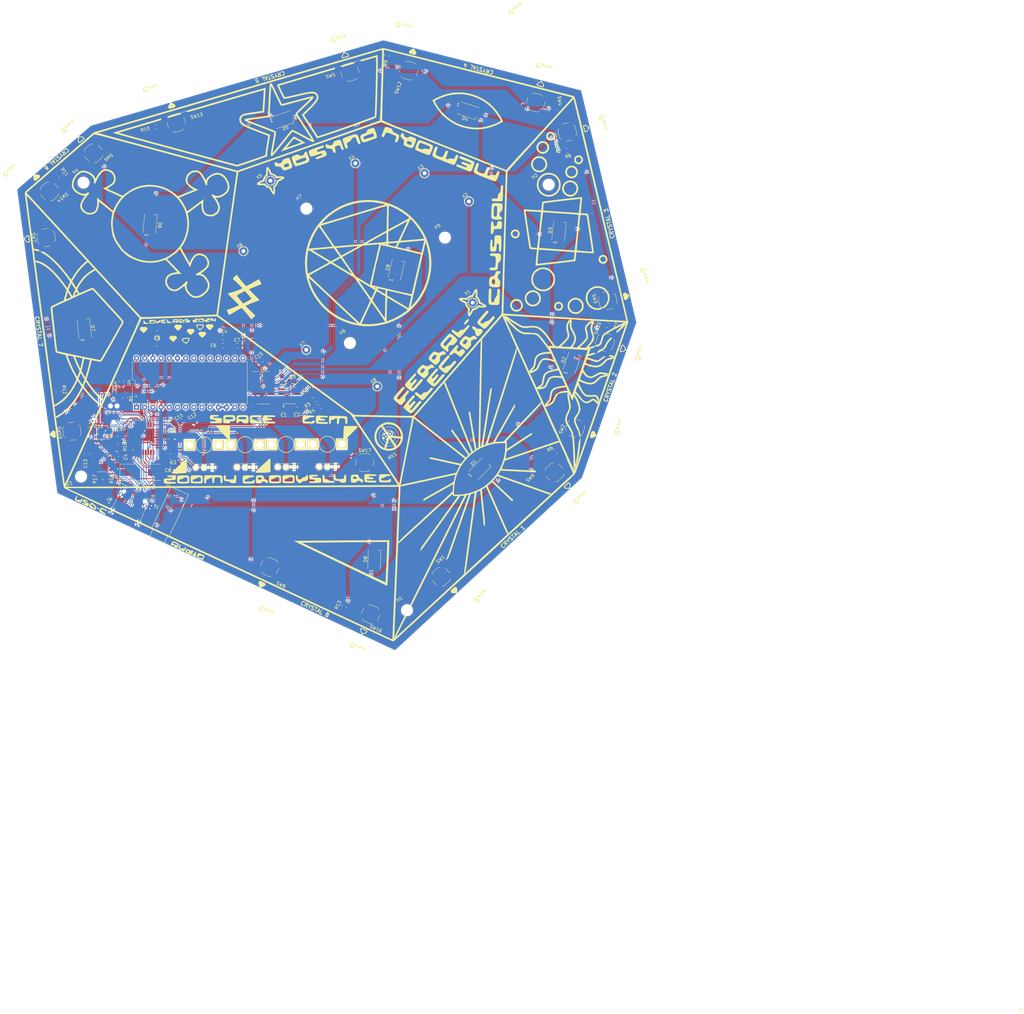
<source format=kicad_pcb>
(kicad_pcb (version 20211014) (generator pcbnew)
  (title_block (title "Ferral-Electric-Crystal-Pulsar") (date "2024-01-29") (company "GaudiLabs"))
  (layers (0 "F.Cu" signal) (31 "B.Cu" signal) (34 "B.Paste" user) (35 "F.Paste" user) (36 "B.SilkS" user "B.Silkscreen") (37 "F.SilkS" user "F.Silkscreen") (38 "B.Mask" user) (39 "F.Mask" user) (44 "Edge.Cuts" user))
  (net 0 "")
  (net 1 "Net-(C1-Pad1)")
  (net 2 "Net-(C1-Pad2)")
  (net 3 "CRYSTAL")
  (net 4 "GND")
  (net 5 "VCC")
  (net 6 "Net-(C6-Pad1)")
  (net 7 "Net-(C6-Pad2)")
  (net 8 "Net-(C7-Pad2)")
  (net 9 "Net-(C10-Pad2)")
  (net 10 "Net-(C11-Pad1)")
  (net 11 "Net-(C11-Pad2)")
  (net 12 "Net-(C12-Pad1)")
  (net 13 "RESET")
  (net 14 "Net-(C13-Pad2)")
  (net 15 "Net-(D1-Pad1)")
  (net 16 "PIXEL")
  (net 17 "Net-(D2-Pad1)")
  (net 18 "Net-(D3-Pad1)")
  (net 19 "Net-(D4-Pad1)")
  (net 20 "Net-(D5-Pad1)")
  (net 21 "Net-(D6-Pad1)")
  (net 22 "Net-(D7-Pad1)")
  (net 23 "Net-(D8-Pad1)")
  (net 29 "D-")
  (net 30 "Net-(J2-PadB5)")
  (net 36 "D+")
  (net 37 "Net-(J2-PadA5)")
  (net 40 "Net-(C16-Pad2)")
  (net 41 "Net-(R6-Pad1)")
  (net 42 "Net-(R7-Pad1)")
  (net 43 "Net-(R8-Pad1)")
  (net 44 "Net-(R9-Pad1)")
  (net 45 "Net-(R10-Pad1)")
  (net 46 "Net-(R11-Pad1)")
  (net 47 "Net-(R12-Pad1)")
  (net 48 "Net-(R13-Pad1)")
  (net 49 "Net-(R15-Pad1)")
  (net 50 "TX")
  (net 51 "Net-(R16-Pad1)")
  (net 52 "RX")
  (net 53 "SW0")
  (net 54 "SW1")
  (net 55 "SW2")
  (net 56 "SW3")
  (net 57 "SW4")
  (net 58 "SW5")
  (net 59 "SW6")
  (net 60 "SW7")
  (net 61 "INT")
  (net 62 "SWA")
  (net 63 "SWB")
  (net 64 "SWC")
  (net 65 "SS")
  (net 66 "MOSI")
  (net 67 "MISO")
  (net 68 "SCK")
  (net 72 "RAC")
  (net 81 "Net-(C8-Pad2)")
  (net 82 "Net-(C9-Pad2)")
  (net 83 "BUT")
  (net 85 "POT1")
  (net 86 "POT2")
  (net 87 "POT3")
  (net 88 "POT4")
  (net 89 "SW8")
  (footprint "LED_SMD:LED_SK6812MINI_PLCC4_3.5x3.5mm_P1.75mm" (layer "F.Cu") (at 190.369434 110.846744 71)
    (fp_text reference "D2")
    (fp_text value "SK6812MINI")
  )
  (footprint "Resistor_SMD:R_0805_2012Metric" (layer "F.Cu") (at 31.740499 52.837886 131)
    (fp_text reference "R11")
    (fp_text value "10k")
  )
  (footprint "Package_SO:SOIC-16_3.9x9.9mm_P1.27mm" (layer "F.Cu") (at 45.113725 139.598109)
    (fp_text reference "U5")
    (fp_text value "CH340C")
  )
  (footprint "Resistor_SMD:R_0805_2012Metric" (layer "F.Cu") (at 201.469991 99.209934 161)
    (fp_text reference "R7")
    (fp_text value "10k")
  )
  (footprint "Resistor_SMD:R_0805_2012Metric" (layer "F.Cu") (at 45.844539 147.030021 90)
    (fp_text reference "R18")
    (fp_text value "5.1k")
  )
  (footprint "GaudiLabsFootPrints:Fiducial_1mm_Dia_2.54mm_Outer_CopperBottom" (layer "F.Cu") (at 191.513229 93.103758 34)
    (fp_text reference "FID1" hide)
    (fp_text value "Fiducial")
  )
  (footprint "Button_Switch_SMD:SW_SPST_TL3342" (layer "F.Cu") (at 149.762133 177.227384 42.5)
    (fp_text reference "SW1")
    (fp_text value "SW_Push")
  )
  (footprint "TestPoint:TestPoint_THTPad_D2.5mm_Drill1.2mm" (layer "F.Cu") (at 107.937241 106.788421 34)
    (fp_text reference "X7")
    (fp_text value "PAD6")
  )
  (footprint "MountingHole:MountingHole_3.2mm_M3" (layer "F.Cu") (at 183.150196 55.525906 34)
    (fp_text reference "H2")
    (fp_text value "MountingHole")
  )
  (footprint "GaudiLabsFootPrints:Zxgs-4015p Electret Microphone" (layer "F.Cu") (at 133.55222 133.694663 34)
    (fp_text reference "MK1")
    (fp_text value "Microphone")
  )
  (footprint "GaudiLabsFootPrints:POT" (layer "F.Cu") (at 114.461637 136.097038)
    (fp_text reference "RV4" hide)
    (fp_text value "R_Potentiometer")
  )
  (footprint "TestPoint:TestPoint_THTPad_D2.5mm_Drill1.2mm" (layer "F.Cu") (at 159.565164 92.144973 34)
    (fp_text reference "X1")
    (fp_text value "PAD0")
  )
  (footprint "TestPoint:TestPoint_THTPad_D2.5mm_Drill1.2mm" (layer "F.Cu") (at 129.973524 118.16 34)
    (fp_text reference "X8")
    (fp_text value "PAD7")
  )
  (footprint "GaudiLabsLogos:CrystalHeartEmpty" (layer "F.Cu") (at 194.84308 38.025399 103)
    (fp_text reference "G***")
    (fp_text value "LOGO" hide)
  )
  (footprint "TestPoint:TestPoint_THTPad_D2.5mm_Drill1.2mm" (layer "F.Cu") (at 158.396737 60.727068 34)
    (fp_text reference "X2")
    (fp_text value "PAD1")
  )
  (footprint "GaudiLabsFootPrints:POT" (layer "F.Cu") (at 76.257235 136.306474)
    (fp_text reference "RV1" hide)
    (fp_text value "R_Potentiometer")
  )
  (footprint "Resistor_SMD:R_0805_2012Metric" (layer "F.Cu") (at 50.155866 136.092808 90)
    (fp_text reference "R16")
    (fp_text value "2.2k")
  )
  (footprint "Resistor_SMD:R_0805_2012Metric" (layer "F.Cu") (at 100.406748 115.956881 -90)
    (fp_text reference "R2")
    (fp_text value "100k?")
  )
  (footprint "Resistor_SMD:R_0805_2012Metric" (layer "F.Cu") (at 110.49232 122.289791 34)
    (fp_text reference "R3")
    (fp_text value "R")
  )
  (footprint "GaudiLabsLogos:CrystalHeartEmpty" (layer "F.Cu") (at 125.605304 194.238195 -25)
    (fp_text reference "G***")
    (fp_text value "LOGO" hide)
  )
  (footprint "LED_SMD:LED_SK6812MINI_PLCC4_3.5x3.5mm_P1.75mm" (layer "F.Cu") (at 59.490982 67.671743 85)
    (fp_text reference "D6")
    (fp_text value "SK6812MINI")
  )
  (footprint "Connector:Tag-Connect_TC2030-IDC-NL_2x03_P1.27mm_Vertical" (layer "F.Cu") (at 48.208841 126.750963 90)
    (fp_text reference "J3")
    (fp_text value "Conn_02x03_Odd_Even")
  )
  (footprint "Button_Switch_SMD:SW_SPST_TL3342" (layer "F.Cu") (at 35.224165 132.071516 97.5)
    (fp_text reference "SW15")
    (fp_text value "SW_Push")
  )
  (footprint "Capacitor_SMD:C_0805_2012Metric" (layer "F.Cu") (at 61.657552 101.608924 180)
    (fp_text reference "C3")
    (fp_text value "100nF")
  )
  (footprint "Resistor_SMD:R_0805_2012Metric" (layer "F.Cu") (at 119.687032 186.458634 65)
    (fp_text reference "R13")
    (fp_text value "10k")
  )
  (footprint "MountingHole:MountingHole_3.2mm_M3" (layer "F.Cu") (at 107.985819 62.957881 34)
    (fp_text reference "H7")
    (fp_text value "MountingHole")
  )
  (footprint "GaudiLabsLogos:CrystalHeartEmpty" (layer "F.Cu") (at 180.665096 24.248253 165)
    (fp_text reference "G***")
    (fp_text value "LOGO" hide)
  )
  (footprint "GaudiLabsFootPrints:POT" (layer "F.Cu") (at 101.639945 136.169169)
    (fp_text reference "RV3" hide)
    (fp_text value "R_Potentiometer")
  )
  (footprint "GaudiLabsLogos:CrystalHeartEmpty" (layer "F.Cu") (at 70.577552 103.968924 7.5)
    (fp_text reference "G***" hide)
    (fp_text value "LOGO" hide)
  )
  (footprint "Capacitor_SMD:C_0805_2012Metric" (layer "F.Cu") (at 50.572028 116.520452 90)
    (fp_text reference "C14")
    (fp_text value "100nF")
  )
  (footprint "GaudiLabsLogos:CrystalHeartEmpty" (layer "F.Cu") (at 119.959107 15.257536 -164.5)
    (fp_text reference "G***")
    (fp_text value "LOGO" hide)
  )
  (footprint "GaudiLabsLogos:CrystalHeartFull" (layer "F.Cu") (at 57.477552 100.568924)
    (fp_text reference "G***" hide)
    (fp_text value "LOGO" hide)
  )
  (footprint "GaudiLabsLogos:CrystalHeartFull" (layer "F.Cu") (at 77.977552 99.718924)
    (fp_text reference "G***" hide)
    (fp_text value "LOGO" hide)
  )
  (footprint "GaudiLabsLogos:CrystalSilk" (layer "F.Cu") (at 118.144906 98.262808 34)
    (fp_text reference "G***")
    (fp_text value "LOGO" hide)
  )
  (footprint "GaudiLabsFootPrints:Fiducial_1mm_Dia_2.54mm_Outer_CopperBottom" (layer "F.Cu") (at 127.524506 18.694633 34)
    (fp_text reference "FID2" hide)
    (fp_text value "Fiducial")
  )
  (footprint "GaudiLabsLogos:CrystalHeartEmpty" (layer "F.Cu") (at 74.977552 99.768924)
    (fp_text reference "G***" hide)
    (fp_text value "LOGO" hide)
  )
  (footprint "Capacitor_SMD:C_0805_2012Metric" (layer "F.Cu") (at 43.240335 132.189019)
    (fp_text reference "C10")
    (fp_text value "100n")
  )
  (footprint "Button_Switch_SMD:SW_SPST_TL3342" (layer "F.Cu") (at 28.273096 57.620112 41)
    (fp_text reference "SW14")
    (fp_text value "SW_Push")
  )
  (footprint "GaudiLabsLogos:CrystalHeartFull" (layer "F.Cu") (at 29.318916 133.02705 -82.5)
    (fp_text reference "G***" hide)
    (fp_text value "LOGO" hide)
  )
  (footprint "Button_Switch_SMD:SW_SPST_TL3342" (layer "F.Cu") (at 200.63565 104.428706 71)
    (fp_text reference "SW10")
    (fp_text value "SW_Push")
  )
  (footprint "Package_DIP:DIP-28_W15.24mm" (layer "F.Cu") (at 55.281073 124.615942 90)
    (fp_text reference "U4")
    (fp_text value "ISD4004")
  )
  (footprint "Capacitor_SMD:C_0805_2012Metric" (layer "F.Cu") (at 73.851379 128.501034 -146)
    (fp_text reference "C12")
    (fp_text value "1uF")
  )
  (footprint "MountingHole:MountingHole_3.2mm_M3" (layer "F.Cu") (at 38.077552 146.128924 34)
    (fp_text reference "H3")
    (fp_text value "MountingHole")
  )
  (footprint "MountingHole:MountingHole_3.2mm_M3" (layer "F.Cu") (at 121.482993 104.696008 34)
    (fp_text reference "H6")
    (fp_text value "MountingHole")
  )
  (footprint "Resistor_SMD:R_0805_2012Metric" (layer "F.Cu") (at 51.787552 121.668924 90)
    (fp_text reference "R1")
    (fp_text value "10k")
  )
  (footprint "Capacitor_SMD:C_0805_2012Metric" (layer "F.Cu") (at 94.095017 109.961345 34)
    (fp_text reference "C15")
    (fp_text value "100nF")
  )
  (footprint "Capacitor_SMD:C_0805_2012Metric" (layer "F.Cu") (at 82.13736 105.444546 180)
    (fp_text reference "C6")
    (fp_text value "1uF")
  )
  (footprint "Button_Switch_SMD:SW_SPST_TL3342" (layer "F.Cu") (at 121.505419 20.566957 16)
    (fp_text reference "SW5")
    (fp_text value "SW_Push")
  )
  (footprint "GaudiLabsFootPrints:Fiducial_1mm_Dia_2.54mm_Outer_CopperBottom" (layer "F.Cu") (at 29.904277 64.348221 34)
    (fp_text reference "FID3" hide)
    (fp_text value "Fiducial")
  )
  (footprint "Capacitor_SMD:C_0805_2012Metric" (layer "F.Cu") (at 50.324759 140.027555 90)
    (fp_text reference "C4")
    (fp_text value "100nF")
  )
  (footprint "Capacitor_SMD:C_0805_2012Metric" (layer "F.Cu") (at 61.657552 104.838924 180)
    (fp_text reference "C5")
    (fp_text value "22uF")
  )
  (footprint "TestPoint:TestPoint_THTPad_D2.5mm_Drill1.2mm" (layer "F.Cu") (at 96.825395 54.298237 34)
    (fp_text reference "X5")
    (fp_text value "PAD4")
  )
  (footprint "Resistor_SMD:R_0805_2012Metric" (layer "F.Cu") (at 185.283424 138.263095 42.5)
    (fp_text reference "R6")
    (fp_text value "10k")
  )
  (footprint "GaudiLabsLogos:CrystalHeartEmpty" (layer "F.Cu") (at 206.27983 106.483877 71)
    (fp_text reference "G***")
    (fp_text value "LOGO" hide)
  )
  (footprint "GaudiLabsLogos:CrystalHeartEmpty" (layer "F.Cu") (at 189.120676 149.178296 42.5)
    (fp_text reference "G***")
    (fp_text value "LOGO" hide)
  )
  (footprint "GaudiLabsLogos:CrystalHeartEmpty" (layer "F.Cu") (at 21.216984 72.433019 -82.5)
    (fp_text reference "G***" hide)
    (fp_text value "LOGO" hide)
  )
  (footprint "Capacitor_SMD:C_0805_2012Metric" (layer "F.Cu") (at 86.540543 105.467469 180)
    (fp_text reference "C7")
    (fp_text value "1uF")
  )
  (footprint "GaudiLabsLogos:CrystalHeartFull" (layer "F.Cu") (at 153.974839 181.569231 42.5)
    (fp_text reference "G***")
    (fp_text value "LOGO" hide)
  )
  (footprint "TestPoint:TestPoint_THTPad_D2.5mm_Drill1.2mm" (layer "F.Cu") (at 144.634177 51.965012 34)
    (fp_text reference "X3")
    (fp_text value "PAD2")
  )
  (footprint "Button_Switch_SMD:SW_SPST_TL3342" (layer "F.Cu") (at 96.57001 174.235876 -25)
    (fp_text reference "SW8")
    (fp_text value "SW_Push")
  )
  (footprint "MountingHole:MountingHole_3.2mm_M3" (layer "F.Cu") (at 139.194208 187.642809 34)
    (fp_text reference "H1")
    (fp_text value "MountingHole")
  )
  (footprint "GaudiLabsLogos:CrystalHeartFull" (layer "F.Cu") (at 66.126302 30.941895 -164.5)
    (fp_text reference "G***")
    (fp_text value "LOGO" hide)
  )
  (footprint "GaudiLabsLogos:CrystalHeartFull" (layer "F.Cu") (at 24.102393 53.135668 -139)
    (fp_text reference "G***")
    (fp_text value "LOGO" hide)
  )
  (footprint "Capacitor_SMD:C_0805_2012Metric" (layer "F.Cu") (at 39.996583 139.09327 -90)
    (fp_text reference "C13")
    (fp_text value "100n")
  )
  (footprint "GaudiLabsLogos:CrystalHeartFull" (layer "F.Cu") (at 94.055942 179.646788 -25)
    (fp_text reference "G***")
    (fp_text value "LOGO" hide)
  )
  (footprint "TestPoint:TestPoint_THTPad_D2.5mm_Drill1.2mm" (layer "F.Cu") (at 88.448297 76.16023 34)
    (fp_text reference "X6")
    (fp_text value "PAD5")
  )
  (footprint "GaudiLabsFootPrints:Jack3_5_Switchcraft_35RASMT4BHNTRX" (layer "F.Cu") (at 62.593182 163.662948 65)
    (fp_text reference "J1")
    (fp_text value "JACK_TRS_6PINS")
  )
  (footprint "Capacitor_SMD:C_0805_2012Metric" (layer "F.Cu") (at 65.855547 142.398127 180)
    (fp_text reference "C8")
    (fp_text value "22pF")
  )
  (footprint "Button_Switch_SMD:SW_SPST_TL3342" (layer "F.Cu") (at 41.926989 45.780889 41)
    (fp_text reference "SW6")
    (fp_text value "SW_Push")
  )
  (footprint "MountingHole:MountingHole_3.2mm_M3" (layer "F.Cu") (at 150.968945 71.961261 34)
    (fp_text reference "H5")
    (fp_text value "MountingHole")
  )
  (footprint "LED_SMD:LED_SK6812MINI_PLCC4_3.5x3.5mm_P1.75mm" (layer "F.Cu") (at 100.73359 35.378184 18)
    (fp_text reference "D5")
    (fp_text value "SK6812MINI")
  )
  (footprint "Button_Switch_SMD:SW_SPST_TL3342" (layer "F.Cu") (at 139.725934 20.121832 -15)
    (fp_text reference "SW12")
    (fp_text value "SW_Push")
  )
  (footprint "GaudiLabsLogos:CrystalHeartFull" (layer "F.Cu") (at 72.077552 101.168924)
    (fp_text reference "G***" hide)
    (fp_text value "LOGO" hide)
  )
  (footprint "Package_QFP:TQFP-32_7x7mm_P0.8mm" (layer "F.Cu") (at 57.732649 134.343326)
    (fp_text reference "U1")
    (fp_text value "ATmega328P-A")
  )
  (footprint "Button_Switch_SMD:SW_SPST_TL3342" (layer "F.Cu") (at 67.6073 36.346369 15.5)
    (fp_text reference "SW13")
    (fp_text value "SW_Push")
  )
  (footprint "Resistor_SMD:R_0805_2012Metric" (layer "F.Cu") (at 49.410029 132.948878)
    (fp_text reference "R15")
    (fp_text value "2.2k")
  )
  (footprint "Capacitor_SMD:C_0805_2012Metric" (layer "F.Cu") (at 65.800443 139.902238 180)
    (fp_text reference "C9")
    (fp_text value "22pF")
  )
  (footprint "Package_SO:SOIC-16_3.9x9.9mm_P1.27mm" (layer "F.Cu") (at 94.666381 118.593878)
    (fp_text reference "U2")
    (fp_text value "CD4051B")
  )
  (footprint "LED_SMD:LED_SK6812MINI_PLCC4_3.5x3.5mm_P1.75mm" (layer "F.Cu") (at 39.076224 100.210422 96)
    (fp_text reference "D7")
    (fp_text value "SK6812MINI")
  )
  (footprint "TestPoint:TestPoint_THTPad_D2.5mm_Drill1.2mm" (layer "F.Cu") (at 123.189169 48.891443 34)
    (fp_text reference "X4")
    (fp_text value "PAD3")
  )
  (footprint "GaudiLabsLogos:CrystalHeartFull" (layer "F.Cu") (at 66.627552 103.318924)
    (fp_text reference "G***" hide)
    (fp_text value "LOGO" hide)
  )
  (footprint "LED_SMD:LED_SK6812MINI_PLCC4_3.5x3.5mm_P1.75mm" (layer "F.Cu") (at 135.901269 81.883294 76.5)
    (fp_text reference "D9")
    (fp_text value "SK6812MINI")
  )
  (footprint "Button_Switch_SMD:SW_SPST_TL3342" (layer "F.Cu") (at 188.936304 39.211144 103)
    (fp_text reference "SW11")
    (fp_text value "SW_Push")
  )
  (footprint "Resistor_SMD:R_0805_2012Metric" (layer "F.Cu") (at 112.085434 124.544383 34)
    (fp_text reference "R4")
    (fp_text value "R")
  )
  (footprint "GaudiLabsLogos:CrystalHeartFull" (layer "F.Cu") (at 207.189835 90.128927 103)
    (fp_text reference "G***")
    (fp_text value "LOGO" hide)
  )
  (footprint "Package_SO:SOIC-8_3.9x4.9mm_P1.27mm" (layer "F.Cu") (at 102.722098 120.981108)
    (fp_text reference "U3")
    (fp_text value "OPA196xD")
  )
  (footprint "LED_SMD:LED_SK6812MINI_PLCC4_3.5x3.5mm_P1.75mm" (layer "F.Cu") (at 129.05214 171.891258 88)
    (fp_text reference "D8")
    (fp_text value "SK6812MINI")
  )
  (footprint "Resistor_SMD:R_0805_2012Metric" (layer "F.Cu") (at 43.736574 147.016462 90)
    (fp_text reference "R17")
    (fp_text value "5.1k")
  )
  (footprint "GaudiLabsFootPrints:USB_C_Receptacle_Amphenol_12401610E4-2A" (layer "F.Cu") (at 52.877552 156.168924 -25)
    (fp_text reference "J2")
    (fp_text value "USB_C_Receptacle")
  )
  (footprint "GaudiLabsFootPrints:POT" (layer "F.Cu") (at 88.990237 136.245917)
    (fp_text reference "RV2" hide)
    (fp_text value "R_Potentiometer")
  )
  (footprint "Crystal:Crystal_SMD_HC49-SD" (layer "F.Cu") (at 56.843685 144.845989)
    (fp_text reference "Y1")
    (fp_text value "16MHz")
  )
  (footprint "Resistor_SMD:R_0805_2012Metric" (layer "F.Cu") (at 188.844969 44.902183 -167)
    (fp_text reference "R8")
    (fp_text value "10k")
  )
  (footprint "GaudiLabsLogos:CrystalHeartFull" (layer "F.Cu") (at 141.017039 14.215807 165)
    (fp_text reference "G***")
    (fp_text value "LOGO" hide)
  )
  (footprint "Button_Switch_SMD:SW_SPST_TL3342" (layer "F.Cu") (at 184.940385 144.821131 42.5)
    (fp_text reference "SW9")
    (fp_text value "SW_Push")
  )
  (footprint "Button_Switch_SMD:SW_SPST_TL3342" (layer "F.Cu") (at 201.477996 91.460616 103)
    (fp_text reference "SW3")
    (fp_text value "SW_Push")
  )
  (footprint "Resistor_SMD:R_0805_2012Metric" (layer "F.Cu") (at 82.082255 102.948657 180)
    (fp_text reference "R14")
    (fp_text value "2.2k")
  )
  (footprint "Capacitor_SMD:C_0805_2012Metric" (layer "F.Cu") (at 66.187657 134.574943 -90)
    (fp_text reference "C16")
    (fp_text value "100n")
  )
  (footprint "MountingHole:MountingHole_3.2mm_M3" (layer "F.Cu") (at 38.814484 54.900489 34)
    (fp_text reference "H4")
    (fp_text value "MountingHole")
  )
  (footprint "GaudiLabsLogos:CrystalHeartEmpty" (layer "F.Cu") (at 37.850764 41.329217 -139)
    (fp_text reference "G***")
    (fp_text value "LOGO" hide)
  )
  (footprint "GaudiLabsLogos:CrystalHeartFull" (layer "F.Cu") (at 68.177552 99.868924)
    (fp_text reference "G***" hide)
    (fp_text value "LOGO" hide)
  )
  (footprint "LED_SMD:LED_SK6812MINI_PLCC4_3.5x3.5mm_P1.75mm" (layer "F.Cu") (at 186.348803 70.014226 84)
    (fp_text reference "D3")
    (fp_text value "SK6812MINI")
  )
  (footprint "Button_Switch_SMD:SW_SPST_TL3342" (layer "F.Cu") (at 127.901552 188.890971 -25)
    (fp_text reference "SW16")
    (fp_text value "SW_Push")
  )
  (footprint "GaudiLabsLogos:CrystalHeartFull" (layer "F.Cu") (at 197.009515 133.196651 71)
    (fp_text reference "G***")
    (fp_text value "LOGO" hide)
  )
  (footprint "GaudiLabsLogos:CrystalHeartFull" (layer "F.Cu") (at 75.677552 102.068924)
    (fp_text reference "G***" hide)
    (fp_text value "LOGO" hide)
  )
  (footprint "Resistor_SMD:R_0805_2012Metric" (layer "F.Cu") (at 132.968032 15.445105 75)
    (fp_text reference "R9")
    (fp_text value "10k")
  )
  (footprint "Capacitor_SMD:C_0805_2012Metric" (layer "F.Cu") (at 100.882943 125.296002)
    (fp_text reference "C1")
    (fp_text value "100nF")
  )
  (footprint "Resistor_SMD:R_0805_2012Metric" (layer "F.Cu") (at 61.309929 37.579497 -164.5)
    (fp_text reference "R10")
    (fp_text value "10k")
  )
  (footprint "Button_Switch_SMD:SW_SPST_TL3342" (layer "F.Cu") (at 191.355548 131.121546 71)
    (fp_text reference "SW2")
    (fp_text value "SW_Push")
  )
  (footprint "LED_SMD:LED_SK6812MINI_PLCC4_3.5x3.5mm_P1.75mm" (layer "F.Cu") (at 158.150009 32.592868 -18)
    (fp_text reference "D4")
    (fp_text value "SK6812MINI")
  )
  (footprint "Capacitor_SMD:C_0805_2012Metric" (layer "F.Cu") (at 104.973011 125.373316)
    (fp_text reference "C2")
    (fp_text value "10nF")
  )
  (footprint "Capacitor_SMD:C_0805_2012Metric" (layer "F.Cu") (at 69.568183 128.857029 34)
    (fp_text reference "C11")
    (fp_text value "1uF")
  )
  (footprint "Button_Switch_SMD:SW_SPST_TL3342" (layer "F.Cu") (at 27.230122 71.953869 97.5)
    (fp_text reference "SW7")
    (fp_text value "SW_Push")
  )
  (footprint "Resistor_SMD:R_0805_2012Metric" (layer "F.Cu") (at 103.571776 116.547777)
    (fp_text reference "R5")
    (fp_text value "100M")
  )
  (footprint "Button_Switch_SMD:SW_SPST_TL3342" (layer "F.Cu") (at 179.143681 30.039021 -15)
    (fp_text reference "SW4")
    (fp_text value "SW_Push")
  )
  (footprint "Button_Switch_SMD:SW_SPST_TL3342" (layer "F.Cu") (at 126.077552 141.768924)
    (fp_text reference "SW17")
    (fp_text value "SW_Push")
  )
  (footprint "LED_SMD:LED_SK6812MINI_PLCC4_3.5x3.5mm_P1.75mm" (layer "F.Cu") (at 161.838468 143.745511 46)
    (fp_text reference "D1")
    (fp_text value "SK6812MINI")
  )
  (footprint "Resistor_SMD:R_0805_2012Metric" (layer "F.Cu") (at 31.039099 119.804592 97.5)
    (fp_text reference "R12")
    (fp_text value "10k")
  )
  (gr_circle (center 89.00074 136.243246) (end 91.073334 134.845264) (layer "F.SilkS") (width 0.2) (fill none))
  (gr_circle (center 114.45556 136.105551) (end 116.528154 134.707569) (layer "F.SilkS") (width 0.2) (fill none))
  (gr_circle (center 76.25675 136.323278) (end 78.329343 134.925295) (layer "F.SilkS") (width 0.2) (fill none))
  (gr_circle (center 101.64775 136.18038) (end 103.720343 134.782398) (layer "F.SilkS") (width 0.2) (fill none))
  (gr_line (start 193.699724 146.705496) (end 135.552551 200.389955) (layer "Edge.Cuts") (width 0.027903))
  (gr_line (start 135.552551 200.389955) (end 30.442002 151.448384) (layer "Edge.Cuts") (width 0.027903))
  (gr_line (start 131.879802 10.416784) (end 193.451929 26.028675) (layer "Edge.Cuts") (width 0.027903))
  (gr_line (start 193.451929 26.028675) (end 210.656375 98.297738) (layer "Edge.Cuts") (width 0.027903))
  (gr_line (start 17.942415 56.886294) (end 40.982082 36.974662) (layer "Edge.Cuts") (width 0.027903))
  (gr_line (start 40.982082 36.974662) (end 131.879802 10.416784) (layer "Edge.Cuts") (width 0.027903))
  (gr_line (start 30.442002 151.448384) (end 17.942415 56.886294) (layer "Edge.Cuts") (width 0.027903))
  (gr_line (start 210.656375 98.297738) (end 193.699724 146.705496) (layer "Edge.Cuts") (width 0.027903))
  (gr_text "CRYSTAL 4" (at 161.377308 19.526626 165) (layer "F.SilkS") (effects (font (size 1.2 1.2) (thickness 0.25))))
  (gr_text "CRYSTAL 6" (at 30.479156 47.567958 221) (layer "F.SilkS") (effects (font (size 1.2 1.2) (thickness 0.25))))
  (gr_text "CRYSTAL 2" (at 202.225828 118.445903 71) (layer "F.SilkS") (effects (font (size 1.2 1.2) (thickness 0.25))))
  (gr_text "CRYSTAL 7" (at 24.944067 101.057913 277.5) (layer "F.SilkS") (effects (font (size 1.2 1.2) (thickness 0.25))))
  (gr_text "CRYSTAL 5" (at 96.698272 22.081466 195.5) (layer "F.SilkS") (effects (font (size 1.2 1.2) (thickness 0.25))))
  (gr_text "CRYSTAL 8" (at 110.613757 187.295401 -25) (layer "F.SilkS") (effects (font (size 1.2 1.2) (thickness 0.25))))
  (gr_text "CRYSTAL 1" (at 172.023479 164.871953 42.5) (layer "F.SilkS") (effects (font (size 1.2 1.2) (thickness 0.25))))
  (gr_text "CRYSTAL 3" (at 201.950828 67.608374 103) (layer "F.SilkS") (effects (font (size 1.2 1.2) (thickness 0.25))))
  (segment (start 98.777552 122.318924) (end 98.777552 124.918924) (width 0.25) (layer "F.Cu") (net 1))
  (segment (start 98.777552 124.918924) (end 99.15463 125.296002) (width 0.25) (layer "F.Cu") (net 1))
  (segment (start 99.927552 125.301393) (end 99.932943 125.296002) (width 0.25) (layer "F.Cu") (net 1))
  (segment (start 99.15463 125.296002) (end 99.932943 125.296002) (width 0.25) (layer "F.Cu") (net 1))
  (segment (start 111.248817 121.779527) (end 111.248817 124.974527) (width 0.25) (layer "F.Cu") (net 1))
  (segment (start 99.480368 121.616108) (end 98.777552 122.318924) (width 0.25) (layer "F.Cu") (net 1))
  (segment (start 109.51466 126.868924) (end 99.977552 126.868924) (width 0.25) (layer "F.Cu") (net 1))
  (segment (start 100.247098 121.616108) (end 99.480368 121.616108) (width 0.25) (layer "F.Cu") (net 1))
  (segment (start 99.927552 126.818924) (end 99.927552 125.301393) (width 0.25) (layer "F.Cu") (net 1))
  (segment (start 111.328937 125.054647) (end 109.51466 126.868924) (width 0.25) (layer "F.Cu") (net 1))
  (segment (start 99.977552 126.868924) (end 99.927552 126.818924) (width 0.25) (layer "F.Cu") (net 1))
  (segment (start 111.248817 124.974527) (end 111.328937 125.054647) (width 0.25) (layer "F.Cu") (net 1))
  (segment (start 102.238129 116.968924) (end 100.506291 116.968924) (width 0.25) (layer "F.Cu") (net 2))
  (segment (start 102.659276 116.547777) (end 102.238129 116.968924) (width 0.25) (layer "F.Cu") (net 2))
  (segment (start 102.659276 120.2872) (end 102.659276 120.850648) (width 0.25) (layer "F.Cu") (net 2))
  (segment (start 100.506291 116.968924) (end 100.406748 116.869381) (width 0.25) (layer "F.Cu") (net 2))
  (segment (start 103.945697 125.296002) (end 104.023011 125.373316) (width 0.25) (layer "F.Cu") (net 2))
  (segment (start 102.659276 116.547777) (end 102.659276 120.2872) (width 0.25) (layer "F.Cu") (net 2))
  (segment (start 100.247098 120.346108) (end 102.600368 120.346108) (width 0.25) (layer "F.Cu") (net 2))
  (segment (start 102.600368 120.346108) (end 102.659276 120.2872) (width 0.25) (layer "F.Cu") (net 2))
  (segment (start 102.750474 125.296002) (end 102.750474 120.941846) (width 0.25) (layer "F.Cu") (net 2))
  (segment (start 102.750474 125.296002) (end 103.945697 125.296002) (width 0.25) (layer "F.Cu") (net 2))
  (segment (start 101.832943 125.296002) (end 102.750474 125.296002) (width 0.25) (layer "F.Cu") (net 2))
  (segment (start 102.659276 120.850648) (end 102.750474 120.941846) (width 0.25) (layer "F.Cu") (net 2))
  (segment (start 78.247552 130.618924) (end 91.287552 130.618924) (width 0.25) (layer "F.Cu") (net 3))
  (segment (start 107.012552 125.083924) (end 106.72316 125.373316) (width 0.25) (layer "F.Cu") (net 3))
  (segment (start 61.982649 132.343326) (end 64.861954 132.343326) (width 0.25) (layer "F.Cu") (net 3))
  (segment (start 67.397552 132.558924) (end 68.007552 133.168924) (width 0.25) (layer "F.Cu") (net 3))
  (segment (start 76.837552 132.028924) (end 78.247552 130.618924) (width 0.25) (layer "F.Cu") (net 3))
  (segment (start 68.987552 137.568924) (end 69.657552 136.898924) (width 0.25) (layer "F.Cu") (net 3))
  (segment (start 107.327552 118.068924) (end 107.327552 120.468924) (width 0.25) (layer "F.Cu") (net 3))
  (segment (start 72.057552 132.028924) (end 76.837552 132.028924) (width 0.25) (layer "F.Cu") (net 3))
  (segment (start 69.657552 134.428924) (end 72.057552 132.028924) (width 0.25) (layer "F.Cu") (net 3))
  (segment (start 91.287552 130.618924) (end 93.437552 128.468924) (width 0.25) (layer "F.Cu") (net 3))
  (segment (start 107.327552 120.468924) (end 107.327552 121.418924) (width 0.25) (layer "F.Cu") (net 3))
  (segment (start 68.007552 133.168924) (end 68.007552 137.008924) (width 0.25) (layer "F.Cu") (net 3))
  (segment (start 108.077552 125.918924) (end 107.242552 125.083924) (width 0.25) (layer "F.Cu") (net 3))
  (segment (start 64.861954 132.343326) (end 65.077552 132.558924) (width 0.25) (layer "F.Cu") (net 3))
  (segment (start 105.806405 116.547777) (end 107.327552 118.068924) (width 0.25) (layer "F.Cu") (net 3))
  (segment (start 65.077552 132.558924) (end 67.397552 132.558924) (width 0.25) (layer "F.Cu") (net 3))
  (segment (start 104.484276 116.547777) (end 105.806405 116.547777) (width 0.25) (layer "F.Cu") (net 3))
  (segment (start 68.567552 137.568924) (end 68.987552 137.568924) (width 0.25) (layer "F.Cu") (net 3))
  (segment (start 68.007552 137.008924) (end 68.567552 137.568924) (width 0.25) (layer "F.Cu") (net 3))
  (segment (start 69.657552 136.898924) (end 69.657552 134.428924) (width 0.25) (layer "F.Cu") (net 3))
  (segment (start 107.327552 120.468924) (end 107.327552 124.768924) (width 0.25) (layer "F.Cu") (net 3))
  (segment (start 106.72316 125.373316) (end 105.923011 125.373316) (width 0.25) (layer "F.Cu") (net 3))
  (segment (start 107.327552 121.418924) (end 107.130368 121.616108) (width 0.25) (layer "F.Cu") (net 3))
  (segment (start 107.242552 125.083924) (end 107.012552 125.083924) (width 0.25) (layer "F.Cu") (net 3))
  (segment (start 107.130368 121.616108) (end 105.197098 121.616108) (width 0.25) (layer "F.Cu") (net 3))
  (segment (start 107.327552 124.768924) (end 107.012552 125.083924) (width 0.25) (layer "F.Cu") (net 3))
  (via (at 108.077552 125.918924) (size 0.8) (drill 0.4) (layers "F.Cu" "B.Cu") (net 3))
  (via (at 93.437552 128.468924) (size 0.8) (drill 0.4) (layers "F.Cu" "B.Cu") (net 3))
  (segment (start 93.437552 128.468924) (end 105.527552 128.468924) (width 0.25) (layer "B.Cu") (net 3))
  (segment (start 105.527552 128.468924) (end 108.077552 125.918924) (width 0.25) (layer "B.Cu") (net 3))
  (segment (start 66.187657 133.624943) (end 64.121533 133.624943) (width 0.25) (layer "F.Cu") (net 4))
  (segment (start 50.817552 153.298924) (end 48.707552 153.748924) (width 0.25) (layer "F.Cu") (net 4))
  (segment (start 100.247098 122.886108) (end 100.857552 124.098924) (width 0.25) (layer "F.Cu") (net 4))
  (segment (start 66.805547 142.398127) (end 66.757552 144.038924) (width 0.25) (layer "F.Cu") (net 4))
  (segment (start 56.546414 154.216528) (end 55.817552 155.808924) (width 0.25) (layer "F.Cu") (net 4))
  (segment (start 57.491442 152.781459) (end 58.687552 153.008924) (width 0.25) (layer "F.Cu") (net 4))
  (segment (start 50.317552 142.598924) (end 49.447552 143.758924) (width 0.25) (layer "F.Cu") (net 4))
  (segment (start 42.638725 135.153109) (end 44.487552 134.758924) (width 0.25) (layer "F.Cu") (net 4))
  (segment (start 49.447552 143.758924) (end 49.227552 142.388924) (width 0.25) (layer "F.Cu") (net 4))
  (segment (start 53.482649 133.143326) (end 55.807552 133.218924) (width 0.25) (layer "F.Cu") (net 4))
  (segment (start 51.827552 151.338924) (end 51.561721 151.892127) (width 0.25) (layer "F.Cu") (net 4))
  (segment (start 57.167552 153.398924) (end 56.867552 153.518924) (width 0.25) (layer "F.Cu") (net 4))
  (segment (start 55.807552 133.218924) (end 56.847552 134.358924) (width 0.25) (layer "F.Cu") (net 4))
  (segment (start 52.957552 149.518924) (end 51.787552 148.868924) (width 0.25) (layer "F.Cu") (net 4))
  (segment (start 64.121533 133.624943) (end 63.80315 133.943326) (width 0.25) (layer "F.Cu") (net 4))
  (segment (start 52.197552 151.138924) (end 51.827552 151.338924) (width 0.25) (layer "F.Cu") (net 4))
  (segment (start 52.506749 150.457059) (end 52.957552 149.518924) (width 0.25) (layer "F.Cu") (net 4))
  (segment (start 53.677552 117.528924) (end 55.147552 121.218924) (width 0.25) (layer "F.Cu") (net 4))
  (segment (start 51.561721 151.892127) (end 50.817552 153.298924) (width 0.25) (layer "F.Cu") (net 4))
  (segment (start 48.707552 153.748924) (end 47.157552 153.178924) (width 0.25) (layer "F.Cu") (net 4))
  (segment (start 42.287552 130.898924) (end 44.867552 130.838924) (width 0.25) (layer "F.Cu") (net 4))
  (segment (start 66.187657 133.624943) (end 67.387552 134.048924) (width 0.25) (layer "F.Cu") (net 4))
  (segment (start 67.387552 134.048924) (end 67.247552 134.538924) (width 0.25) (layer "F.Cu") (net 4))
  (segment (start 58.687552 153.008924) (end 59.897552 155.158924) (width 0.25) (layer "F.Cu") (net 4))
  (segment (start 59.897552 155.158924) (end 59.407552 156.148924) (width 0.25) (layer "F.Cu") (net 4))
  (segment (start 56.847552 134.358924) (end 58.777552 134.398924) (width 0.25) (layer "F.Cu") (net 4))
  (segment (start 50.324759 140.977555) (end 50.317552 142.598924) (width 0.25) (layer "F.Cu") (net 4))
  (segment (start 42.290335 132.189019) (end 42.287552 130.898924) (width 0.25) (layer "F.Cu") (net 4))
  (segment (start 47.573841 125.480963) (end 45.537552 124.948924) (width 0.25) (layer "F.Cu") (net 4))
  (segment (start 62.607552 101.608924) (end 62.607552 104.838924) (width 0.25) (layer "F.Cu") (net 4))
  (segment (start 52.506749 150.457059) (end 52.197552 151.138924) (width 0.25) (layer "F.Cu") (net 4))
  (segment (start 58.777552 134.398924) (end 58.797552 132.928924) (width 0.25) (layer "F.Cu") (net 4))
  (segment (start 50.572028 117.470452) (end 53.677552 117.528924) (width 0.25) (layer "F.Cu") (net 4))
  (segment (start 49.227552 142.388924) (end 49.127552 138.328924) (width 0.25) (layer "F.Cu") (net 4))
  (segment (start 58.797552 132.928924) (end 57.737552 131.928924) (width 0.25) (layer "F.Cu") (net 4))
  (segment (start 44.867552 130.838924) (end 45.657552 131.938924) (width 0.25) (layer "F.Cu") (net 4))
  (segment (start 56.867552 153.518924) (end 56.546414 154.216528) (width 0.25) (layer "F.Cu") (net 4))
  (segment (start 57.491442 152.781459) (end 57.167552 153.398924) (width 0.25) (layer "F.Cu") (net 4))
  (segment (start 63.80315 133.943326) (end 61.982649 133.943326) (width 0.25) (layer "F.Cu") (net 4))
  (via (at 49.447552 143.758924) (size 0.8) (drill 0.4) (layers "F.Cu" "B.Cu") (net 4))
  (via (at 60.997552 154.998924) (size 0.8) (drill 0.4) (layers "F.Cu" "B.Cu") (net 4))
  (via (at 51.007552 148.468924) (size 0.8) (drill 0.4) (layers "F.Cu" "B.Cu") (net 4))
  (via (at 46.687552 154.348924) (size 0.8) (drill 0.4) (layers "F.Cu" "B.Cu") (net 4))
  (via (at 59.407552 156.148924) (size 0.8) (drill 0.4) (layers "F.Cu" "B.Cu") (net 4))
  (via (at 51.787552 148.868924) (size 0.8) (drill 0.4) (layers "F.Cu" "B.Cu") (net 4))
  (via (at 49.127552 138.328924) (size 0.8) (drill 0.4) (layers "F.Cu" "B.Cu") (net 4))
  (via (at 100.857552 124.098924) (size 0.8) (drill 0.4) (layers "F.Cu" "B.Cu") (net 4))
  (via (at 45.537552 124.948924) (size 0.8) (drill 0.4) (layers "F.Cu" "B.Cu") (net 4))
  (via (at 59.897552 155.158924) (size 0.8) (drill 0.4) (layers "F.Cu" "B.Cu") (net 4))
  (via (at 45.657552 131.938924) (size 0.8) (drill 0.4) (layers "F.Cu" "B.Cu") (net 4))
  (via (at 55.147552 121.218924) (size 0.8) (drill 0.4) (layers "F.Cu" "B.Cu") (net 4))
  (via (at 57.737552 131.928924) (size 0.8) (drill 0.4) (layers "F.Cu" "B.Cu") (net 4))
  (via (at 67.247552 134.538924) (size 0.8) (drill 0.4) (layers "F.Cu" "B.Cu") (net 4))
  (via (at 66.757552 144.038924) (size 0.8) (drill 0.4) (layers "F.Cu" "B.Cu") (net 4))
  (via (at 44.487552 134.758924) (size 0.8) (drill 0.4) (layers "F.Cu" "B.Cu") (net 4))
  (via (at 47.157552 153.178924) (size 0.8) (drill 0.4) (layers "F.Cu" "B.Cu") (net 4))
  (segment (start 51.787552 148.868924) (end 51.007552 148.468924) (width 0.25) (layer "B.Cu") (net 4))
  (segment (start 59.897552 155.158924) (end 60.997552 154.998924) (width 0.25) (layer "B.Cu") (net 4))
  (segment (start 47.157552 153.178924) (end 46.687552 154.348924) (width 0.25) (layer "B.Cu") (net 4))
  (segment (start 118.327552 186.118924) (end 116.245847 190.250629) (width 0.25) (layer "F.Cu") (net 5))
  (segment (start 26.922443 116.774033) (end 27.147879 118.998597) (width 0.5) (layer "F.Cu") (net 5))
  (segment (start 60.17315 136.343326) (end 61.982649 136.343326) (width 0.35) (layer "F.Cu") (net 5))
  (segment (start 182.477552 136.368924) (end 184.427552 136.418924) (width 0.25) (layer "F.Cu") (net 5))
  (segment (start 28.615617 49.206989) (end 19.091786 57.55469) (width 0.5) (layer "F.Cu") (net 5))
  (segment (start 19.091786 57.55469) (end 24.7586 100.409972) (width 0.5) (layer "F.Cu") (net 5))
  (segment (start 57.821073 106.862445) (end 78.167576 106.862445) (width 0.35) (layer "F.Cu") (net 5))
  (segment (start 133.204204 14.563698) (end 133.920574 12.225902) (width 0.25) (layer "F.Cu") (net 5))
  (segment (start 69.427552 140.168924) (end 69.477552 140.168924) (width 0.25) (layer "F.Cu") (net 5))
  (segment (start 54.827552 154.948924) (end 54.017552 156.023924) (width 0.5) (layer "F.Cu") (net 5))
  (segment (start 47.573841 128.020963) (end 46.777552 128.817252) (width 0.25) (layer "F.Cu") (net 5))
  (segment (start 49.052552 134.093924) (end 48.817552 134.328924) (width 0.25) (layer "F.Cu") (net 5))
  (segment (start 131.877552 11.718924) (end 106.78347 19.024842) (width 0.5) (layer "F.Cu") (net 5))
  (segment (start 55.186952 153.5826) (end 55.477552 152.968924) (width 0.25) (layer "F.Cu") (net 5))
  (segment (start 60.707552 101.608924) (end 60.707552 104.838924) (width 0.7) (layer "F.Cu") (net 5))
  (segment (start 52.20315 135.543326) (end 52.002552 135.743924) (width 0.25) (layer "F.Cu") (net 5))
  (segment (start 57.821073 106.862445) (end 57.821073 105.307836) (width 0.35) (layer "F.Cu") (net 5))
  (segment (start 54.527552 43.726416) (end 60.430616 37.823352) (width 0.25) (layer "F.Cu") (net 5))
  (segment (start 94.882603 109.723975) (end 94.882603 109.430112) (width 0.25) (layer "F.Cu") (net 5))
  (segment (start 43.467045 125.079431) (end 48.403875 120.142601) (width 0.7) (layer "F.Cu") (net 5))
  (segment (start 41.29876 38.090132) (end 28.615617 49.206989) (width 0.5) (layer "F.Cu") (net 5))
  (segment (start 52.15315 135.194522) (end 52.20315 135.543326) (width 0.4) (layer "F.Cu") (net 5))
  (segment (start 135.427552 199.168924) (end 116.245847 190.250629) (width 0.5) (layer "F.Cu") (net 5))
  (segment (start 43.543266 129.90321) (end 43.487552 125.948924) (width 0.7) (layer "F.Cu") (net 5))
  (segment (start 86.450237 144.941609) (end 86.577552 145.068924) (width 0.25) (layer "F.Cu") (net 5))
  (segment (start 116.245847 190.250629) (end 49.642326 159.28415) (width 0.5) (layer "F.Cu") (net 5))
  (segment (start 208.925233 95.321243) (end 200.666306 59.90017) (width 0.5) (layer "F.Cu") (net 5))
  (segment (start 29.606007 137.910469) (end 31.327552 150.768924) (width 0.7) (layer "F.Cu") (net 5))
  (segment (start 53.482649 135.543326) (end 56.30315 135.543326) (width 0.35) (layer "F.Cu") (net 5))
  (segment (start 92.460496 103.421868) (end 92.677552 103.638924) (width 0.25) (layer "F.Cu") (net 5))
  (segment (start 64.751954 136.343326) (end 65.367552 136.958924) (width 0.35) (layer "F.Cu") (net 5))
  (segment (start 168.127552 145.468924) (end 171.227552 145.618924) (width 0.25) (layer "F.Cu") (net 5))
  (segment (start 192.727552 26.818924) (end 133.920574 12.225902) (width 0.5) (layer "F.Cu") (net 5))
  (segment (start 120.072671 185.631628) (end 118.327552 186.118924) (width 0.25) (layer "F.Cu") (net 5))
  (segment (start 135.458975 79.977382) (end 136.977552 74.568924) (width 0.25) (layer "F.Cu") (net 5))
  (segment (start 162.424698 141.87884) (end 164.027552 141.218924) (width 0.25) (layer "F.Cu") (net 5))
  (segment (start 57.821073 105.307836) (end 57.756842 105.243605) (width 0.25) (layer "F.Cu") (net 5))
  (segment (start 54.527552 55.668924) (end 54.527552 43.726416) (width 0.25) (layer "F.Cu") (net 5))
  (segment (start 106.78347 19.024842) (end 58.841382 32.982754) (width 0.5) (layer "F.Cu") (net 5))
  (segment (start 136.277552 73.068924) (end 122.077552 73.168924) (width 0.25) (layer "F.Cu") (net 5))
  (segment (start 92.677552 103.638924) (end 93.257552 103.638924) (width 0.5) (layer "F.Cu") (net 5))
  (segment (start 102.127549 34.00523) (end 103.841246 34.00523) (width 0.25) (layer "F.Cu") (net 5))
  (segment (start 28.158527 118.899899) (end 30.919994 118.899899) (width 0.5) (layer "F.Cu") (net 5))
  (segment (start 52.002552 135.743924) (end 51.327552 136.418924) (width 0.25) (layer "F.Cu") (net 5))
  (segment (start 199.92512 56.721356) (end 197.044153 44.752323) (width 0.5) (layer "F.Cu") (net 5))
  (segment (start 46.777552 129.868924) (end 46.777552 130.918924) (width 0.5) (layer "F.Cu") (net 5))
  (segment (start 58.841382 32.982754) (end 41.29876 38.090132) (width 0.5) (layer "F.Cu") (net 5))
  (segment (start 171.227552 145.618924) (end 182.477552 136.368924) (width 0.25) (layer "F.Cu") (net 5))
  (segment (start 58.771834 59.913206) (end 54.527552 55.668924) (width 0.25) (layer "F.Cu") (net 5))
  (segment (start 200.607205 98.912853) (end 201.727552 97.318924) (width 0.25) (layer "F.Cu") (net 5))
  (segment (start 103.387552 113.548924) (end 103.677552 113.838924) (width 0.35) (layer "F.Cu") (net 5))
  (segment (start 69.377552 140.118924) (end 69.427552 140.168924) (width 0.25) (layer "F.Cu") (net 5))
  (segment (start 55.186952 153.5826) (end 54.980588 154.03196) (width 0.25) (layer "F.Cu") (net 5))
  (segment (start 184.427552 136.418924) (end 185.95619 137.646619) (width 0.25) (layer "F.Cu") (net 5))
  (segment (start 57.821073 109.375942) (end 57.821073 106.862445) (width 0.35) (layer "F.Cu") (net 5))
  (segment (start 65.367552 136.958924) (end 66.827552 136.958924) (width 0.35) (layer "F.Cu") (net 5))
  (segment (start 56.30315 135.543326) (end 59.37315 135.543326) (width 0.35) (layer "F.Cu") (net 5))
  (segment (start 99.099945 143.169169) (end 99.099945 144.941317) (width 0.25) (layer "F.Cu") (net 5))
  (segment (start 187.955856 45.107451) (end 189.127552 46.468924) (width 0.25) (layer "F.Cu") (net 5))
  (segment (start 51.327552 136.418924) (end 51.327552 138.318924) (width 0.25) (layer "F.Cu") (net 5))
  (segment (start 103.596776 113.9197) (end 103.596776 120.168148) (width 0.35) (layer "F.Cu") (net 5))
  (segment (start 53.267552 105.078924) (end 53.402598 105.083878) (width 0.5) (layer "F.Cu") (net 5))
  (segment (start 48.403875 120.142601) (end 48.403875 118.292601) (width 0.7) (layer "F.Cu") (net 5))
  (segment (start 68.237552 138.368924) (end 68.957552 138.368924) (width 0.35) (layer "F.Cu") (net 5))
  (segment (start 46.767552 133.568924) (end 47.177552 134.128924) (width 0.5) (layer "F.Cu") (net 5))
  (segment (start 53.402598 105.083878) (end 57.772598 105.083878) (width 0.7) (layer "F.Cu") (net 5))
  (segment (start 31.141845 52.149214) (end 28.615617 49.206989) (width 0.25) (layer "F.Cu") (net 5))
  (segment (start 128.327552 166.918924) (end 127.477552 166.368924) (width 0.25) (layer "F.Cu") (net 5))
  (segment (start 51.757552 154.993924) (end 51.627552 154.658924) (width 0.5) (layer "F.Cu") (net 5))
  (segment (start 54.017552 156.023924) (end 51.757552 154.993924) (width 0.6) (layer "F.Cu") (net 5))
  (segment (start 68.957552 138.368924) (end 69.427552 138.838924) (width 0.35) (layer "F.Cu") (net 5))
  (segment (start 186.067552 64.188924) (end 200.666306 59.90017) (width 0.5) (layer "F.Cu") (net 5))
  (segment (start 38.023093 98.561471) (end 24.7586 100.409972) (width 0.5) (layer "F.Cu") (net 5))
  (segment (start 57.772598 100.613878) (end 58.977552 99.408924) (width 0.5) (layer "F.Cu") (net 5))
  (segment (start 97.141381 111.962753) (end 97.141381 111.68889) (width 0.35) (layer "F.Cu") (net 5))
  (segment (start 49.377552 134.168924) (end 49.127552 134.168924) (width 0.5) (layer "F.Cu") (net 5))
  (segment (start 27.147879 118.998597) (end 27.377916 121.26856) (width 0.5) (layer "F.Cu") (net 5))
  (segment (start 51.45315 133.943326) (end 51.227552 134.168924) (width 0.5) (layer "F.Cu") (net 5))
  (segment (start 48.391767 115.604709) (end 48.367552 110.228924) (width 0.7) (layer "F.Cu") (net 5))
  (segment (start 109.949751 145.068924) (end 111.921637 143.097038) (width 0.25) (layer "F.Cu") (net 5))
  (segment (start 86.577552 145.068924) (end 99.227552 145.068924) (width 0.25) (layer "F.Cu") (net 5))
  (segment (start 73.717235 143.306474) (end 75.479685 145.068924) (width 0.25) (layer "F.Cu") (net 5))
  (segment (start 189.127552 46.468924) (end 197.044153 44.752323) (width 0.25) (layer "F.Cu") (net 5))
  (segment (start 99.227552 145.068924) (end 109.949751 145.068924) (width 0.25) (layer "F.Cu") (net 5))
  (segment (start 136.977552 74.568924) (end 136.277552 73.068924) (width 0.25) (layer "F.Cu") (net 5))
  (segment (start 53.866211 151.090986) (end 53.547552 151.778924) (width 0.25) (layer "F.Cu") (net 5))
  (segment (start 103.841246 34.00523) (end 107.077552 30.768924) (width 0.25) (layer "F.Cu") (net 5))
  (segment (start 78.167576 106.862445) (end 80.681073 109.375942) (width 0.35) (layer "F.Cu") (net 5))
  (segment (start 97.141381 114.148878) (end 97.141381 111.962753) (width 0.35) (layer "F.Cu") (net 5))
  (segment (start 186.177552 44.968924) (end 187.227552 45.368924) (width 0.25) (layer "F.Cu") (net 5))
  (segment (start 52.639135 153.160507) (end 52.297552 153.288924) (width 0.25) (layer "F.Cu") (net 5))
  (segment (start 107.077552 19.318924) (end 106.78347 19.024842) (width 0.25) (layer "F.Cu") (net 5))
  (segment (start 133.920574 12.225902) (end 131.877552 11.718924) (width 0.5) (layer "F.Cu") (net 5))
  (segment (start 24.7586 100.409972) (end 26.922443 116.774033) (width 0.5) (layer "F.Cu") (net 5))
  (segment (start 53.547552 151.778924) (end 53.237552 151.918924) (width 0.25) (layer "F.Cu") (net 5))
  (segment (start 38.441909 136.843281) (end 29.606007 137.910469) (width 0.7) (layer "F.Cu") (net 5))
  (segment (start 58.771834 65.852141) (end 58.771834 59.913206) (width 0.25) (layer "F.Cu") (net 5))
  (segment (start 209.577552 98.118924) (end 208.925233 95.321243) (width 0.5) (layer "F.Cu") (net 5))
  (segment (start 47.657552 134.288924) (end 47.588725 135.153109) (width 0.5) (layer "F.Cu") (net 5))
  (segment (start 92.677552 103.638924) (end 92.677739 103.638737) (width 0.5) (layer "F.Cu") (net 5))
  (segment (start 51.227552 134.168924) (end 49.377552 134.168924) (width 0.5) (layer "F.Cu") (net 5))
  (segment (start 46.777552 128.817252) (end 46.777552 129.868924) (width 0.5) (layer "F.Cu") (net 5))
  (segment (start 197.044153 44.752323) (end 192.727552 26.818924) (width 0.5) (layer "F.Cu") (net 5))
  (segment (start 55.477552 152.968924) (end 55.877552 152.768924) (width 0.25) (layer "F.Cu") (net 5))
  (segment (start 185.661521 68.18235) (end 186.067552 64.188924) (width 0.5) (layer "F.Cu") (net 5))
  (segment (start 200.666306 59.90017) (end 199.92512 56.721356) (width 0.5) (layer "F.Cu") (net 5))
  (segment (start 97.141381 111.68889) (end 94.882603 109.430112) (width 0.35) (layer "F.Cu") (net 5))
  (segment (start 50.568921 139.077555) (end 50.324759 139.077555) (width 0.25) (layer "F.Cu") (net 5))
  (segment (start 103.387552 113.548924) (end 104.407552 114.568924) (width 0.35) (layer "F.Cu") (net 5))
  (segment (start 28.158527 118.899899) (end 27.147879 118.998597) (width 0.5) (layer "F.Cu") (net 5))
  (segment (start 60.430616 37.823352) (end 58.841382 32.982754) (width 0.25) (layer "F.Cu") (net 5))
  (segment (start 60.462598 105.083878) (end 60.707552 104.838924) (width 0.5) (layer "F.Cu") (net 5))
  (segment (start 52.15315 133.943326) (end 52.15315 135.194522) (width 0.4) (layer "F.Cu") (net 5))
  (segment (start 69.427552 138.838924) (end 69.427552 140.068924) (width 0.35) (layer "F.Cu") (net 5))
  (segment (start 103.677552 113.838924) (end 103.596776 113.9197) (width 0.35) (layer "F.Cu") (net 5))
  (segment (start 160.084748 32.301473) (end 163.677552 33.918924) (width 0.25) (layer "F.Cu") (net 5))
  (segment (start 57.772598 105.083878) (end 60.462598 105.083878) (width 0.7) (layer "F.Cu") (net 5))
  (segment (start 107.077552 30.768924) (end 107.077552 19.318924) (width 0.25) (layer "F.Cu") (net 5))
  (segment (start 39.527552 131.038924) (end 39.546835 135.898207) (width 0.7) (layer "F.Cu") (net 5))
  (segment (start 52.297552 153.288924) (end 51.627552 154.658924) (width 0.5) (layer "F.Cu") (net 5))
  (segment (start 193.997552 99.318924) (end 190.11185 108.907214) (width 0.25) (layer "F.Cu") (net 5))
  (segment (start 46.777552 129.868924) (end 43.543266 129.90321) (width 0.5) (layer "F.Cu") (net 5))
  (segment (start 195.229634 139.321006) (end 192.827552 146.218924) (width 0.5) (layer "F.Cu") (net 5))
  (segment (start 164.027552 141.218924) (end 168.127552 145.468924) (width 0.25) (layer "F.Cu") (net 5))
  (segment (start 49.127552 134.168924) (end 49.052552 134.093924) (width 0.25) (layer "F.Cu") (net 5))
  (segment (start 103.596776 120.168148) (end 103.774736 120.346108) (width 0.35) (layer "F.Cu") (net 5))
  (segment (start 55.877552 152.768924) (end 56.13198 152.147532) (width 0.25) (layer "F.Cu") (net 5))
  (segment (start 188.177552 137.268924) (end 195.229634 139.321006) (width 0.25) (layer "F.Cu") (net 5))
  (segment (start 192.827552 146.218924) (end 135.427552 199.168924) (width 0.5) (layer "F.Cu") (net 5))
  (segment (start 59.37315 135.543326) (end 60.17315 136.343326) (width 0.35) (layer "F.Cu") (net 5))
  (segment (start 50.572028 115.570452) (end 48.391767 115.604709) (width 0.5) (layer "F.Cu") (net 5))
  (segment (start 87.287552 103.638924) (end 92.677552 103.638924) (width 0.5) (layer "F.Cu") (net 5))
  (segment (start 51.615165 154.823811) (end 49.499939 159.114037) (width 0.8) (layer "F.Cu") (net 5))
  (segment (start 128.238747 170.111787) (end 128.327552 166.918924) (width 0.25) (layer "F.Cu") (net 5))
  (segment (start 52.70315 135.543326) (end 53.482649 135.543326) (width 0.25) (layer "F.Cu") (net 5))
  (segment (start 75.479685 145.068924) (end 86.577552 145.068924) (width 0.25) (layer "F.Cu") (net 5))
  (segment (start 48.367552 110.228924) (end 53.267552 105.078924) (width 0.7) (layer "F.Cu") (net 5))
  (segment (start 52.70315 135.543326) (end 52.20315 135.543326) (width 0.4) (layer "F.Cu") (net 5))
  (segment (start 82.994755 101.006127) (end 82.994755 102.948657) (width 0.5) (layer "F.Cu") (net 5))
  (segment (start 86.450237 143.245917) (end 86.450237 144.941609) (width 0.25) (layer "F.Cu") (net 5))
  (segment (start 187.227552 45.368924) (end 187.955856 45.107451) (width 0.25) (layer "F.Cu") (net 5))
  (segment (start 57.772598 105.083878) (end 57.772598 100.613878) (width 0.5) (layer "F.Cu") (net 5))
  (segment (start 49.017698 120.756424) (end 48.403875 120.142601) (width 0.5) (layer "F.Cu") (net 5))
  (segment (start 69.427552 140.068924) (end 69.377552 140.118924) (width 0.35) (layer "F.Cu") (net 5))
  (segment (start 81.397552 99.408924) (end 82.994755 101.006127) (width 0.5) (layer "F.Cu") (net 5))
  (segment (start 122.077552 73.168924) (end 92.460496 97.491868) (width 0.25) (layer "F.Cu") (net 5))
  (segment (start 120.877552 184.718924) (end 120.072671 185.631628) (width 0.25) (layer "F.Cu") (net 5))
  (segment (start 51.787552 120.756424) (end 49.017698 120.756424) (width 0.5) (layer "F.Cu") (net 5))
  (segment (start 52.15315 133.943326) (end 51.45315 133.943326) (width 0.5) (layer "F.Cu") (net 5))
  (segment (start 47.177552 134.128924) (end 47.657552 134.288924) (width 0.5) (layer "F.Cu") (net 5))
  (segment (start 39.527552 131.038924) (end 41.117552 129.928924) (width 0.7) (layer "F.Cu") (net 5))
  (segment (start 209.577552 98.118924) (end 195.229634 139.321006) (width 0.5) (layer "F.Cu") (net 5))
  (segment (start 48.403875 118.292601) (end 48.391767 115.604709) (width 0.7) (layer "F.Cu") (net 5))
  (segment (start 55.007552 154.518924) (end 54.777552 155.128924) (width 0.5) (layer "F.Cu") (net 5))
  (segment (start 79.127552 99.408924) (end 81.397552 99.408924) (width 0.5) (layer "F.Cu") (net 5))
  (segment (start 95.077552 105.458924) (end 95.077552 109.235163) (width 0.5) (layer "F.Cu") (net 5))
  (segment (start 99.099945 144.941317) (end 99.227552 145.068924) (width 0.25) (layer "F.Cu") (net 5))
  (segment (start 53.237552 151.918924) (end 52.921183 152.526055) (width 0.25) (layer "F.Cu") (net 5))
  (segment (start 52.639135 153.160507) (end 52.921183 152.526055) (width 0.25) (layer "F.Cu") (net 5))
  (segment (start 27.377916 121.26856) (end 29.606007 137.910469) (width 0.5) (layer "F.Cu") (net 5))
  (segment (start 38.441909 136.843281) (end 39.546835 135.898207) (width 0.7) (layer "F.Cu") (net 5))
  (segment (start 103.774736 120.346108) (end 105.197098 120.346108) (width 0.35) (layer "F.Cu") (net 5))
  (segment (start 53.482649 133.943326) (end 52.15315 133.943326) (width 0.5) (layer "F.Cu") (net 5))
  (segment (start 200.607205 98.912853) (end 198.287552 98.118924) (width 0.25) (layer "F.Cu") (net 5))
  (segment (start 86.597285 102.948657) (end 87.287552 103.638924) (width 0.5) (layer "F.Cu") (net 5))
  (segment (start 82.994755 102.948657) (end 86.597285 102.948657) (width 0.5) (layer "F.Cu") (net 5))
  (segment (start 47.657552 134.288924) (end 48.817552 134.328924) (width 0.5) (layer "F.Cu") (net 5))
  (segment (start 93.257552 103.638924) (end 95.077552 105.458924) (width 0.5) (layer "F.Cu") (net 5))
  (segment (start 104.407552 114.568924) (end 105.677552 114.568924) (width 0.35) (layer "F.Cu") (net 5))
  (segment (start 58.977552 99.408924) (end 79.127552 99.408924) (width 0.5) (layer "F.Cu") (net 5))
  (segment (start 43.487552 125.948924) (end 43.467045 125.079431) (width 0.7) (layer "F.Cu") (net 5))
  (segment (start 105.677552 114.568924) (end 109.735823 118.627195) (width 0.35) (layer "F.Cu") (net 5))
  (segment (start 201.727552 97.318924) (end 208.925233 95.321243) (width 0.25) (layer "F.Cu") (net 5))
  (segment (start 92.460496 97.491868) (end 92.460496 103.421868) (width 0.25) (layer "F.Cu") (net 5))
  (segment (start 61.982649 136.343326) (end 64.751954 136.343326) (width 0.35) (layer "F.Cu") (net 5))
  (segment (start 46.777552 130.918924) (end 46.767552 133.568924) (width 0.5) (layer "F.Cu") (net 5))
  (segment (start 185.95619 137.646619) (end 188.177552 137.268924) (width 0.25) (layer "F.Cu") (net 5))
  (segment (start 101.801381 111.962753) (end 103.387552 113.548924) (width 0.35) (layer "F.Cu") (net 5))
  (segment (start 49.642326 159.28415) (end 31.327552 150.768924) (width 0.7) (layer "F.Cu") (net 5))
  (segment (start 109.735823 118.627195) (end 109.735823 122.800055) (width 0.35) (layer "F.Cu") (net 5))
  (segment (start 198.287552 98.118924) (end 193.997552 99.318924) (width 0.25) (layer "F.Cu") (net 5))
  (segment (start 97.141381 111.962753) (end 101.801381 111.962753) (width 0.35) (layer "F.Cu") (net 5))
  (segment (start 51.327552 138.318924) (end 50.568921 139.077555) (width 0.25) (layer "F.Cu") (net 5))
  (segment (start 54.980588 154.03196) (end 55.057552 154.338924) (width 0.25) (layer "F.Cu") (net 5))
  (segment (start 66.827552 136.958924) (end 68.237552 138.368924) (width 0.35) (layer "F.Cu") (net 5))
  (segment (start 43.543266 129.90321) (end 41.117552 129.928924) (width 0.7) (layer "F.Cu") (net 5))
  (via (at 186.177552 44.968924) (size 0.8) (drill 0.4) (layers "F.Cu" "B.Cu") (net 5))
  (via (at 127.477552 166.368924) (size 0.8) (drill 0.4) (layers "F.Cu" "B.Cu") (net 5))
  (via (at 120.877552 184.718924) (size 0.8) (drill 0.4) (layers "F.Cu" "B.Cu") (net 5))
  (via (at 163.677552 33.918924) (size 0.8) (drill 0.4) (layers "F.Cu" "B.Cu") (net 5))
  (via (at 69.477552 140.168924) (size 0.8) (drill 0.4) (layers "F.Cu" "B.Cu") (net 5))
  (segment (start 120.727552 174.268924) (end 127.477552 166.368924) (width 0.25) (layer "B.Cu") (net 5))
  (segment (start 184.377552 39.068924) (end 185.177552 39.968924) (width 0.25) (layer "B.Cu") (net 5))
  (segment (start 185.527552 43.518924) (end 186.177552 44.968924) (width 0.25) (layer "B.Cu") (net 5))
  (segment (start 120.877552 184.718924) (end 120.727552 174.268924) (width 0.25) (layer "B.Cu") (net 5))
  (segment (start 163.677552 33.918924) (end 184.377552 39.068924) (width 0.25) (layer "B.Cu") (net 5))
  (segment (start 70.579685 140.168924) (end 73.717235 143.306474) (width 0.35) (layer "B.Cu") (net 5))
  (segment (start 185.177552 39.968924) (end 185.527552 43.518924) (width 0.25) (layer "B.Cu") (net 5))
  (segment (start 69.477552 140.168924) (end 70.579685 140.168924) (width 0.35) (layer "B.Cu") (net 5))
  (segment (start 83.08736 107.409116) (end 83.077552 107.418924) (width 0.25) (layer "F.Cu") (net 6))
  (segment (start 83.077552 107.418924) (end 83.221073 107.562445) (width 0.25) (layer "F.Cu") (net 6))
  (segment (start 83.221073 107.562445) (end 83.221073 109.375942) (width 0.25) (layer "F.Cu") (net 6))
  (segment (start 83.08736 105.444546) (end 83.08736 107.409116) (width 0.25) (layer "F.Cu") (net 6))
  (segment (start 124.927552 99.568924) (end 124.577552 99.218924) (width 0.25) (layer "F.Cu") (net 7))
  (segment (start 81.169755 105.426941) (end 81.18736 105.444546) (width 0.25) (layer "F.Cu") (net 7))
  (segment (start 133.935854 108.577226) (end 124.927552 99.568924) (width 0.25) (layer "F.Cu") (net 7))
  (segment (start 124.577552 99.218924) (end 93.627552 99.218924) (width 0.25) (layer "F.Cu") (net 7))
  (segment (start 81.169755 102.948657) (end 81.169755 105.426941) (width 0.25) (layer "F.Cu") (net 7))
  (segment (start 81.127552 100.868924) (end 81.127552 102.906454) (width 0.25) (layer "F.Cu") (net 7))
  (segment (start 133.935854 132.83279) (end 133.935854 108.577226) (width 0.25) (layer "F.Cu") (net 7))
  (segment (start 81.127552 102.906454) (end 81.169755 102.948657) (width 0.25) (layer "F.Cu") (net 7))
  (via (at 81.147552 100.798924) (size 0.8) (drill 0.4) (layers "F.Cu" "B.Cu") (net 7))
  (via (at 93.627552 99.218924) (size 0.8) (drill 0.4) (layers "F.Cu" "B.Cu") (net 7))
  (segment (start 93.627552 99.218924) (end 82.727552 99.218924) (width 0.25) (layer "B.Cu") (net 7))
  (segment (start 82.727552 99.218924) (end 81.147552 100.798924) (width 0.25) (layer "B.Cu") (net 7))
  (segment (start 85.827552 107.968924) (end 85.761073 108.035403) (width 0.25) (layer "F.Cu") (net 8))
  (segment (start 85.761073 108.035403) (end 85.761073 109.375942) (width 0.25) (layer "F.Cu") (net 8))
  (segment (start 85.590543 105.467469) (end 85.590543 107.731915) (width 0.25) (layer "F.Cu") (net 8))
  (segment (start 85.590543 107.731915) (end 85.827552 107.968924) (width 0.25) (layer "F.Cu") (net 8))
  (segment (start 42.638725 138.963109) (end 41.771737 138.963109) (width 0.25) (layer "F.Cu") (net 9))
  (segment (start 41.177552 134.818924) (end 42.127552 133.868924) (width 0.25) (layer "F.Cu") (net 9))
  (segment (start 43.327552 133.868924) (end 44.190335 133.006141) (width 0.25) (layer "F.Cu") (net 9))
  (segment (start 41.771737 138.963109) (end 41.177552 138.368924) (width 0.25) (layer "F.Cu") (net 9))
  (segment (start 44.190335 133.006141) (end 44.190335 132.189019) (width 0.25) (layer "F.Cu") (net 9))
  (segment (start 41.177552 138.368924) (end 41.177552 134.818924) (width 0.25) (layer "F.Cu") (net 9))
  (segment (start 42.127552 133.868924) (end 43.327552 133.868924) (width 0.25) (layer "F.Cu") (net 9))
  (segment (start 61.637552 161.168924) (end 60.266497 161.168924) (width 0.25) (layer "F.Cu") (net 10))
  (segment (start 69.227552 153.278924) (end 69.716535 153.278924) (width 0.25) (layer "F.Cu") (net 10))
  (segment (start 69.716535 153.278924) (end 71.208362 154.770751) (width 0.25) (layer "F.Cu") (net 10))
  (segment (start 68.780597 136.165879) (end 68.727552 136.218924) (width 0.25) (layer "F.Cu") (net 10))
  (segment (start 60.266497 161.168924) (end 59.598825 160.501252) (width 0.25) (layer "F.Cu") (net 10))
  (segment (start 68.780597 129.388262) (end 68.780597 136.165879) (width 0.25) (layer "F.Cu") (net 10))
  (via (at 61.637552 161.168924) (size 0.8) (drill 0.4) (layers "F.Cu" "B.Cu") (net 10))
  (via (at 69.227552 153.278924) (size 0.8) (drill 0.4) (layers "F.Cu" "B.Cu") (net 10))
  (via (at 68.727552 136.218924) (size 0.8) (drill 0.4) (layers "F.Cu" "B.Cu") (net 10))
  (segment (start 65.277552 149.748924) (end 67.157552 151.628924) (width 0.25) (layer "B.Cu") (net 10))
  (segment (start 67.157552 151.628924) (end 68.807552 153.278924) (width 0.25) (layer "B.Cu") (net 10))
  (segment (start 62.937552 159.868924) (end 61.637552 161.168924) (width 0.25) (layer "B.Cu") (net 10))
  (segment (start 65.277552 155.198924) (end 63.957552 156.518924) (width 0.25) (layer "B.Cu") (net 10))
  (segment (start 62.937552 157.538924) (end 62.937552 158.938924) (width 0.25) (layer "B.Cu") (net 10))
  (segment (start 68.807552 153.278924) (end 69.227552 153.278924) (width 0.25) (layer "B.Cu") (net 10))
  (segment (start 62.937552 158.938924) (end 62.937552 159.868924) (width 0.25) (layer "B.Cu") (net 10))
  (segment (start 65.277552 148.304061) (end 65.277552 149.748924) (width 0.25) (layer "B.Cu") (net 10))
  (segment (start 65.277552 147.468924) (end 65.277552 148.304061) (width 0.25) (layer "B.Cu") (net 10))
  (segment (start 65.277552 149.748924) (end 65.277552 155.198924) (width 0.25) (layer "B.Cu") (net 10))
  (segment (start 63.957552 156.518924) (end 62.937552 157.538924) (width 0.25) (layer "B.Cu") (net 10))
  (segment (start 68.727552 136.218924) (end 68.727552 144.018924) (width 0.25) (layer "B.Cu") (net 10))
  (segment (start 68.727552 144.018924) (end 65.277552 147.468924) (width 0.25) (layer "B.Cu") (net 10))
  (segment (start 70.355768 128.325795) (end 73.298852 126.340661) (width 0.25) (layer "F.Cu") (net 11))
  (segment (start 80.988162 127.835311) (end 85.761073 124.615942) (width 0.25) (layer "F.Cu") (net 11))
  (segment (start 73.298852 126.340661) (end 80.988162 127.835311) (width 0.25) (layer "F.Cu") (net 11))
  (segment (start 83.756908 129.237911) (end 87.952779 126.40776) (width 0.25) (layer "F.Cu") (net 12))
  (segment (start 87.952779 126.40776) (end 88.301073 124.615942) (width 0.25) (layer "F.Cu") (net 12))
  (segment (start 74.638964 127.969801) (end 75.219291 127.578366) (width 0.25) (layer "F.Cu") (net 12))
  (segment (start 75.219291 127.578366) (end 83.756908 129.237911) (width 0.25) (layer "F.Cu") (net 12))
  (segment (start 50.670052 122.581424) (end 50.427552 122.338924) (width 0.25) (layer "F.Cu") (net 13))
  (segment (start 39.996583 138.14327) (end 40.557552 137.582301) (width 0.25) (layer "F.Cu") (net 13))
  (segment (start 50.427552 122.268924) (end 48.107552 122.268924) (width 0.25) (layer "F.Cu") (net 13))
  (segment (start 50.427552 122.338924) (end 50.427552 125.093002) (width 0.25) (layer "F.Cu") (net 13))
  (segment (start 42.757552 120.788924) (end 43.117552 120.428924) (width 0.25) (layer "F.Cu") (net 13))
  (segment (start 57.332649 128.424021) (end 55.627552 126.718924) (width 0.25) (layer "F.Cu") (net 13))
  (segment (start 41.297552 128.898924) (end 42.207552 128.898924) (width 0.25) (layer "F.Cu") (net 13))
  (segment (start 51.277552 126.718924) (end 50.039591 125.480963) (width 0.25) (layer "F.Cu") (net 13))
  (segment (start 40.557552 137.582301) (end 40.557552 134.188924) (width 0.25) (layer "F.Cu") (net 13))
  (segment (start 40.557552 134.188924) (end 40.927552 133.818924) (width 0.25) (layer "F.Cu") (net 13))
  (segment (start 42.757552 128.348924) (end 42.757552 120.788924) (width 0.25) (layer "F.Cu") (net 13))
  (segment (start 51.787552 122.581424) (end 50.670052 122.581424) (width 0.25) (layer "F.Cu") (net 13))
  (segment (start 41.317552 128.918924) (end 41.297552 128.898924) (width 0.25) (layer "F.Cu") (net 13))
  (segment (start 43.307552 120.428924) (end 46.347552 120.408924) (width 0.25) (layer "F.Cu") (net 13))
  (segment (start 57.332649 130.093326) (end 57.332649 128.424021) (width 0.25) (layer "F.Cu") (net 13))
  (segment (start 50.039591 125.480963) (end 48.843841 125.480963) (width 0.25) (layer "F.Cu") (net 13))
  (segment (start 47.904088 122.268924) (end 48.107552 122.268924) (width 0.25) (layer "F.Cu") (net 13))
  (segment (start 50.427552 125.093002) (end 50.039591 125.480963) (width 0.25) (layer "F.Cu") (net 13))
  (segment (start 55.627552 126.718924) (end 51.277552 126.718924) (width 0.25) (layer "F.Cu") (net 13))
  (segment (start 42.207552 128.898924) (end 42.757552 128.348924) (width 0.25) (layer "F.Cu") (net 13))
  (segment (start 43.117552 120.428924) (end 43.307552 120.428924) (width 0.25) (layer "F.Cu") (net 13))
  (segment (start 50.427552 122.268924) (end 50.427552 122.338924) (width 0.25) (layer "F.Cu") (net 13))
  (via (at 46.347552 120.408924) (size 0.8) (drill 0.4) (layers "F.Cu" "B.Cu") (net 13))
  (via (at 41.317552 128.918924) (size 0.8) (drill 0.4) (layers "F.Cu" "B.Cu") (net 13))
  (via (at 48.107552 122.268924) (size 0.8) (drill 0.4) (layers "F.Cu" "B.Cu") (net 13))
  (via (at 40.927552 133.818924) (size 0.8) (drill 0.4) (layers "F.Cu" "B.Cu") (net 13))
  (segment (start 40.927552 129.308924) (end 40.927552 133.818924) (width 0.25) (layer "B.Cu") (net 13))
  (segment (start 41.317552 128.918924) (end 40.927552 129.308924) (width 0.25) (layer "B.Cu") (net 13))
  (segment (start 46.347552 120.408924) (end 48.107552 122.268924) (width 0.25) (layer "B.Cu") (net 13))
  (segment (start 44.777552 139.018924) (end 47.53291 139.018924) (width 0.25) (layer "F.Cu") (net 14))
  (segment (start 40.903206 140.04327) (end 41.358367 139.588109) (width 0.25) (layer "F.Cu") (net 14))
  (segment (start 44.208367 139.588109) (end 44.777552 139.018924) (width 0.25) (layer "F.Cu") (net 14))
  (segment (start 41.358367 139.588109) (end 44.208367 139.588109) (width 0.25) (layer "F.Cu") (net 14))
  (segment (start 39.996583 140.04327) (end 40.903206 140.04327) (width 0.25) (layer "F.Cu") (net 14))
  (segment (start 47.53291 139.018924) (end 47.588725 138.963109) (width 0.25) (layer "F.Cu") (net 14))
  (segment (start 159.277552 141.668924) (end 159.277552 133.518924) (width 0.25) (layer "F.Cu") (net 15))
  (segment (start 162.927552 129.868924) (end 173.677552 129.868924) (width 0.25) (layer "F.Cu") (net 15))
  (segment (start 159.993394 142.384766) (end 159.327552 141.718924) (width 0.25) (layer "F.Cu") (net 15))
  (segment (start 159.327552 141.718924) (end 159.277552 141.668924) (width 0.25) (layer "F.Cu") (net 15))
  (segment (start 159.993394 144.39653) (end 159.993394 142.384766) (width 0.25) (layer "F.Cu") (net 15))
  (segment (start 159.277552 133.518924) (end 162.927552 129.868924) (width 0.25) (layer "F.Cu") (net 15))
  (via (at 191.766507 109.476959) (size 0.8) (drill 0.4) (layers "F.Cu" "B.Cu") (net 15))
  (via (at 173.677552 129.868924) (size 0.8) (drill 0.4) (layers "F.Cu" "B.Cu") (net 15))
  (segment (start 195.627552 110.668924) (end 194.435587 109.476959) (width 0.25) (layer "B.Cu") (net 15))
  (segment (start 173.677552 129.868924) (end 176.427552 129.868924) (width 0.25) (layer "B.Cu") (net 15))
  (segment (start 194.435587 109.476959) (end 191.766507 109.476959) (width 0.25) (layer "B.Cu") (net 15))
  (segment (start 176.427552 129.868924) (end 195.627552 110.668924) (width 0.25) (layer "B.Cu") (net 15))
  (segment (start 60.277552 153.618924) (end 62.977552 153.618924) (width 0.25) (layer "F.Cu") (net 16))
  (segment (start 167.427552 146.838502) (end 163.683542 143.094492) (width 0.25) (layer "F.Cu") (net 16))
  (segment (start 62.977552 153.618924) (end 65.927552 156.568924) (width 0.25) (layer "F.Cu") (net 16))
  (segment (start 167.427552 147.318924) (end 167.427552 146.838502) (width 0.25) (layer "F.Cu") (net 16))
  (segment (start 58.927552 141.718924) (end 59.027552 141.818924) (width 0.25) (layer "F.Cu") (net 16))
  (segment (start 59.027552 141.818924) (end 59.127552 141.818924) (width 0.25) (layer "F.Cu") (net 16))
  (segment (start 58.132649 140.924021) (end 58.927552 141.718924) (width 0.25) (layer "F.Cu") (net 16))
  (segment (start 58.132649 138.593326) (end 58.132649 140.924021) (width 0.25) (layer "F.Cu") (net 16))
  (via (at 65.927552 156.568924) (size 0.8) (drill 0.4) (layers "F.Cu" "B.Cu") (net 16))
  (via (at 167.427552 147.318924) (size 0.8) (drill 0.4) (layers "F.Cu" "B.Cu") (net 16))
  (via (at 60.277552 153.618924) (size 0.8) (drill 0.4) (layers "F.Cu" "B.Cu") (net 16))
  (via (at 59.127552 141.818924) (size 0.8) (drill 0.4) (layers "F.Cu" "B.Cu") (net 16))
  (segment (start 67.427552 155.068924) (end 142.277552 155.068924) (width 0.25) (layer "B.Cu") (net 16))
  (segment (start 59.127552 145.168924) (end 60.427552 146.468924) (width 0.25) (layer "B.Cu") (net 16))
  (segment (start 60.427552 146.468924) (end 60.427552 153.468924) (width 0.25) (layer "B.Cu") (net 16))
  (segment (start 65.927552 156.568924) (end 67.427552 155.068924) (width 0.25) (layer "B.Cu") (net 16))
  (segment (start 60.427552 153.468924) (end 60.277552 153.618924) (width 0.25) (layer "B.Cu") (net 16))
  (segment (start 159.677552 155.068924) (end 167.427552 147.318924) (width 0.25) (layer "B.Cu") (net 16))
  (segment (start 59.127552 141.818924) (end 59.127552 145.168924) (width 0.25) (layer "B.Cu") (net 16))
  (segment (start 142.277552 155.068924) (end 159.677552 155.068924) (width 0.25) (layer "B.Cu") (net 16))
  (segment (start 184.127552 98.268924) (end 184.127552 95.768924) (width 0.25) (layer "F.Cu") (net 17))
  (segment (start 183.925157 112.216529) (end 183.827552 112.118924) (width 0.25) (layer "F.Cu") (net 17))
  (segment (start 188.873903 68.365275) (end 187.401934 68.365275) (width 0.25) (layer "F.Cu") (net 17))
  (segment (start 189.777552 69.268924) (end 188.873903 68.365275) (width 0.25) (layer "F.Cu") (net 17))
  (segment (start 192.127552 69.268924) (end 189.777552 69.268924) (width 0.25) (layer "F.Cu") (net 17))
  (segment (start 184.127552 95.768924) (end 184.227552 95.668924) (width 0.25) (layer "F.Cu") (net 17))
  (segment (start 188.972361 112.216529) (end 183.925157 112.216529) (width 0.25) (layer "F.Cu") (net 17))
  (via (at 184.127552 98.268924) (size 0.8) (drill 0.4) (layers "F.Cu" "B.Cu") (net 17))
  (via (at 192.127552 69.268924) (size 0.8) (drill 0.4) (layers "F.Cu" "B.Cu") (net 17))
  (via (at 184.227552 95.668924) (size 0.8) (drill 0.4) (layers "F.Cu" "B.Cu") (net 17))
  (via (at 183.827552 112.118924) (size 0.8) (drill 0.4) (layers "F.Cu" "B.Cu") (net 17))
  (segment (start 184.227552 79.918924) (end 192.027552 72.118924) (width 0.25) (layer "B.Cu") (net 17))
  (segment (start 192.027552 72.118924) (end 192.127552 72.018924) (width 0.25) (layer "B.Cu") (net 17))
  (segment (start 184.227552 95.668924) (end 184.227552 79.918924) (width 0.25) (layer "B.Cu") (net 17))
  (segment (start 192.127552 72.018924) (end 192.127552 69.268924) (width 0.25) (layer "B.Cu") (net 17))
  (segment (start 183.827552 98.568924) (end 184.127552 98.268924) (width 0.25) (layer "B.Cu") (net 17))
  (segment (start 183.827552 112.118924) (end 183.827552 98.568924) (width 0.25) (layer "B.Cu") (net 17))
  (segment (start 165.277552 50.418924) (end 165.327552 50.368924) (width 0.25) (layer "F.Cu") (net 18))
  (segment (start 184.501419 70.868924) (end 180.377552 70.868924) (width 0.25) (layer "F.Cu") (net 18))
  (segment (start 185.295672 71.663177) (end 184.501419 70.868924) (width 0.25) (layer "F.Cu") (net 18))
  (segment (start 160.47445 33.965822) (end 159.543968 33.965822) (width 0.25) (layer "F.Cu") (net 18))
  (segment (start 162.077552 35.568924) (end 160.47445 33.965822) (width 0.25) (layer "F.Cu") (net 18))
  (segment (start 165.277552 53.368924) (end 165.277552 50.418924) (width 0.25) (layer "F.Cu") (net 18))
  (via (at 162.077552 35.568924) (size 0.8) (drill 0.4) (layers "F.Cu" "B.Cu") (net 18))
  (via (at 165.327552 50.368924) (size 0.8) (drill 0.4) (layers "F.Cu" "B.Cu") (net 18))
  (via (at 180.377552 70.868924) (size 0.8) (drill 0.4) (layers "F.Cu" "B.Cu") (net 18))
  (via (at 165.277552 53.368924) (size 0.8) (drill 0.4) (layers "F.Cu" "B.Cu") (net 18))
  (segment (start 162.077552 47.118924) (end 162.077552 35.568924) (width 0.25) (layer "B.Cu") (net 18))
  (segment (start 165.327552 50.368924) (end 162.077552 47.118924) (width 0.25) (layer "B.Cu") (net 18))
  (segment (start 180.377552 68.468924) (end 165.277552 53.368924) (width 0.25) (layer "B.Cu") (net 18))
  (segment (start 180.377552 70.868924) (end 180.377552 68.468924) (width 0.25) (layer "B.Cu") (net 18))
  (segment (start 104.677552 34.568924) (end 103.768984 34.568924) (width 0.25) (layer "F.Cu") (net 19))
  (segment (start 156.75605 31.219914) (end 152.228542 31.219914) (width 0.25) (layer "F.Cu") (net 19))
  (segment (start 103.768984 34.568924) (end 102.668329 35.669579) (width 0.25) (layer "F.Cu") (net 19))
  (segment (start 152.228542 31.219914) (end 151.977552 30.968924) (width 0.25) (layer "F.Cu") (net 19))
  (via (at 104.677552 34.568924) (size 0.8) (drill 0.4) (layers "F.Cu" "B.Cu") (net 19))
  (via (at 151.977552 30.968924) (size 0.8) (drill 0.4) (layers "F.Cu" "B.Cu") (net 19))
  (segment (start 124.477552 36.968924) (end 107.077552 36.968924) (width 0.25) (layer "B.Cu") (net 19))
  (segment (start 145.977552 36.968924) (end 124.477552 36.968924) (width 0.25) (layer "B.Cu") (net 19))
  (segment (start 107.077552 36.968924) (end 104.677552 34.568924) (width 0.25) (layer "B.Cu") (net 19))
  (segment (start 151.977552 30.968924) (end 145.977552 36.968924) (width 0.25) (layer "B.Cu") (net 19))
  (segment (start 97.745417 35.086789) (end 96.777552 34.118924) (width 0.25) (layer "F.Cu") (net 20))
  (segment (start 61.377552 58.218924) (end 60.515175 59.081301) (width 0.25) (layer "F.Cu") (net 20))
  (segment (start 98.798851 35.086789) (end 97.745417 35.086789) (width 0.25) (layer "F.Cu") (net 20))
  (segment (start 60.515175 59.081301) (end 60.515175 66.004664) (width 0.25) (layer "F.Cu") (net 20))
  (via (at 61.377552 58.218924) (size 0.8) (drill 0.4) (layers "F.Cu" "B.Cu") (net 20))
  (via (at 96.777552 34.118924) (size 0.8) (drill 0.4) (layers "F.Cu" "B.Cu") (net 20))
  (segment (start 92.877552 34.118924) (end 90.677552 36.318924) (width 0.25) (layer "B.Cu") (net 20))
  (segment (start 90.677552 36.318924) (end 68.777552 58.218924) (width 0.25) (layer "B.Cu") (net 20))
  (segment (start 96.777552 34.118924) (end 92.877552 34.118924) (width 0.25) (layer "B.Cu") (net 20))
  (segment (start 68.777552 58.218924) (end 61.377552 58.218924) (width 0.25) (layer "B.Cu") (net 20))
  (segment (start 58.466789 69.338822) (end 58.466789 74.079687) (width 0.25) (layer "F.Cu") (net 21))
  (segment (start 53.977552 78.568924) (end 53.977552 82.868924) (width 0.25) (layer "F.Cu") (net 21))
  (segment (start 58.466789 74.079687) (end 53.977552 78.568924) (width 0.25) (layer "F.Cu") (net 21))
  (segment (start 53.977552 82.868924) (end 39.763506 97.08297) (width 0.25) (layer "F.Cu") (net 21))
  (segment (start 39.763506 97.08297) (end 39.763506 98.378546) (width 0.25) (layer "F.Cu") (net 21))
  (segment (start 129.987681 167.508795) (end 129.987681 170.172861) (width 0.25) (layer "F.Cu") (net 22))
  (segment (start 76.977552 152.218924) (end 77.327552 152.568924) (width 0.25) (layer "F.Cu") (net 22))
  (segment (start 38.388942 123.880314) (end 42.027552 127.518924) (width 0.25) (layer "F.Cu") (net 22))
  (segment (start 42.027552 127.518924) (end 42.027552 127.538924) (width 0.25) (layer "F.Cu") (net 22))
  (segment (start 58.377552 152.218924) (end 76.977552 152.218924) (width 0.25) (layer "F.Cu") (net 22))
  (segment (start 55.677552 148.468924) (end 56.947552 149.768924) (width 0.25) (layer "F.Cu") (net 22))
  (segment (start 129.527552 151.968924) (end 131.527552 153.968924) (width 0.25) (layer "F.Cu") (net 22))
  (segment (start 130.127552 167.418924) (end 130.077552 167.418924) (width 0.25) (layer "F.Cu") (net 22))
  (segment (start 130.077552 167.418924) (end 129.987681 167.508795) (width 0.25) (layer "F.Cu") (net 22))
  (segment (start 131.527552 153.968924) (end 131.527552 166.018924) (width 0.25) (layer "F.Cu") (net 22))
  (segment (start 56.937552 150.778924) (end 58.377552 152.218924) (width 0.25) (layer "F.Cu") (net 22))
  (segment (start 56.947552 149.768924) (end 56.937552 150.778924) (width 0.25) (layer "F.Cu") (net 22))
  (segment (start 38.388942 102.042298) (end 38.388942 123.880314) (width 0.25) (layer "F.Cu") (net 22))
  (segment (start 128.827552 151.968924) (end 129.527552 151.968924) (width 0.25) (layer "F.Cu") (net 22))
  (segment (start 131.527552 166.018924) (end 130.127552 167.418924) (width 0.25) (layer "F.Cu") (net 22))
  (via (at 77.327552 152.568924) (size 0.8) (drill 0.4) (layers "F.Cu" "B.Cu") (net 22))
  (via (at 128.827552 151.968924) (size 0.8) (drill 0.4) (layers "F.Cu" "B.Cu") (net 22))
  (via (at 42.027552 127.538924) (size 0.8) (drill 0.4) (layers "F.Cu" "B.Cu") (net 22))
  (via (at 55.677552 148.468924) (size 0.8) (drill 0.4) (layers "F.Cu" "B.Cu") (net 22))
  (segment (start 42.627552 129.008924) (end 42.627552 128.138924) (width 0.25) (layer "B.Cu") (net 22))
  (segment (start 77.327552 152.568924) (end 79.077552 154.318924) (width 0.25) (layer "B.Cu") (net 22))
  (segment (start 42.627552 128.138924) (end 42.027552 127.538924) (width 0.25) (layer "B.Cu") (net 22))
  (segment (start 126.477552 154.318924) (end 128.827552 151.968924) (width 0.25) (layer "B.Cu") (net 22))
  (segment (start 42.627552 129.008924) (end 42.627552 135.418924) (width 0.25) (layer "B.Cu") (net 22))
  (segment (start 93.027552 154.318924) (end 126.477552 154.318924) (width 0.25) (layer "B.Cu") (net 22))
  (segment (start 42.627552 128.118924) (end 42.627552 129.008924) (width 0.25) (layer "B.Cu") (net 22))
  (segment (start 79.077552 154.318924) (end 93.027552 154.318924) (width 0.25) (layer "B.Cu") (net 22))
  (segment (start 42.627552 135.418924) (end 55.677552 148.468924) (width 0.25) (layer "B.Cu") (net 22))
  (segment (start 128.116599 173.609655) (end 128.027552 176.568924) (width 0.25) (layer "F.Cu") (net 23))
  (segment (start 135.177552 156.168924) (end 135.177552 153.568924) (width 0.25) (layer "F.Cu") (net 23))
  (segment (start 139.577552 75.568924) (end 137.160622 80.385911) (width 0.25) (layer "F.Cu") (net 23))
  (segment (start 136.727552 115.368924) (end 136.727552 99.318924) (width 0.25) (layer "F.Cu") (net 23))
  (via (at 139.577552 75.568924) (size 0.8) (drill 0.4) (layers "F.Cu" "B.Cu") (net 23))
  (via (at 136.727552 115.368924) (size 0.8) (drill 0.4) (layers "F.Cu" "B.Cu") (net 23))
  (via (at 136.727552 99.318924) (size 0.8) (drill 0.4) (layers "F.Cu" "B.Cu") (net 23))
  (via (at 128.027552 176.568924) (size 0.8) (drill 0.4) (layers "F.Cu" "B.Cu") (net 23))
  (via (at 135.177552 153.568924) (size 0.8) (drill 0.4) (layers "F.Cu" "B.Cu") (net 23))
  (via (at 135.177552 156.168924) (size 0.8) (drill 0.4) (layers "F.Cu" "B.Cu") (net 23))
  (segment (start 135.177552 170.718924) (end 135.177552 156.168924) (width 0.25) (layer "B.Cu") (net 23))
  (segment (start 136.727552 99.318924) (end 141.927552 93.918924) (width 0.25) (layer "B.Cu") (net 23))
  (segment (start 144.477552 91.418924) (end 144.377552 78.068924) (width 0.25) (layer "B.Cu") (net 23))
  (segment (start 130.277552 176.618924) (end 135.177552 170.718924) (width 0.25) (layer "B.Cu") (net 23))
  (segment (start 144.377552 78.068924) (end 141.777552 75.668924) (width 0.25) (layer "B.Cu") (net 23))
  (segment (start 141.777552 75.668924) (end 139.577552 75.568924) (width 0.25) (layer "B.Cu") (net 23))
  (segment (start 136.577552 151.268924) (end 136.727552 115.368924) (width 0.25) (layer "B.Cu") (net 23))
  (segment (start 141.927552 93.918924) (end 144.477552 91.418924) (width 0.25) (layer "B.Cu") (net 23))
  (segment (start 135.177552 153.568924) (end 136.577552 151.268924) (width 0.25) (layer "B.Cu") (net 23))
  (segment (start 128.027552 176.568924) (end 130.277552 176.618924) (width 0.25) (layer "B.Cu") (net 23))
  (segment (start 53.827491 152.948673) (end 53.407552 153.828924) (width 0.2) (layer "F.Cu") (net 29))
  (segment (start 55.577552 150.998924) (end 56.097552 150.058924) (width 0.2) (layer "F.Cu") (net 29))
  (segment (start 44.161737 141.503109) (end 44.277552 141.618924) (width 0.2) (layer "F.Cu") (net 29))
  (segment (start 42.638725 141.503109) (end 44.161737 141.503109) (width 0.2) (layer "F.Cu") (net 29))
  (segment (start 55.577552 150.998924) (end 55.225673 151.724913) (width 0.2) (layer "F.Cu") (net 29))
  (via (at 56.097552 150.058924) (size 0.8) (drill 0.4) (layers "F.Cu" "B.Cu") (net 29))
  (via (at 53.407552 153.828924) (size 0.8) (drill 0.4) (layers "F.Cu" "B.Cu") (net 29))
  (via (at 44.277552 141.618924) (size 0.8) (drill 0.4) (layers "F.Cu" "B.Cu") (net 29))
  (segment (start 55.047552 150.498924) (end 56.097552 150.058924) (width 0.2) (layer "B.Cu") (net 29))
  (segment (start 53.867552 147.968924) (end 52.947552 147.958924) (width 0.2) (layer "B.Cu") (net 29))
  (segment (start 53.407552 153.828924) (end 55.047552 150.498924) (width 0.2) (layer "B.Cu") (net 29))
  (segment (start 44.277552 141.618924) (end 44.277552 142.268924) (width 0.2) (layer "B.Cu") (net 29))
  (segment (start 56.097552 150.058924) (end 53.867552 147.968924) (width 0.2) (layer "B.Cu") (net 29))
  (segment (start 49.027552 147.018924) (end 51.977552 147.018924) (width 0.2) (layer "B.Cu") (net 29))
  (segment (start 51.977552 147.018924) (end 52.132552 147.173924) (width 0.2) (layer "B.Cu") (net 29))
  (segment (start 52.947552 147.958924) (end 52.132552 147.173924) (width 0.2) (layer "B.Cu") (net 29))
  (segment (start 44.277552 142.268924) (end 49.027552 147.018924) (width 0.2) (layer "B.Cu") (net 29))
  (segment (start 48.976149 146.117521) (end 49.677552 146.818924) (width 0.25) (layer "F.Cu") (net 30))
  (segment (start 54.267552 154.428924) (end 53.767552 154.798924) (width 0.25) (layer "F.Cu") (net 30))
  (segment (start 54.733799 153.371291) (end 54.267552 154.428924) (width 0.25) (layer "F.Cu") (net 30))
  (segment (start 48.576149 146.117521) (end 48.976149 146.117521) (width 0.25) (layer "F.Cu") (net 30))
  (segment (start 49.717552 148.068924) (end 49.677552 146.818924) (width 0.25) (layer "F.Cu") (net 30))
  (segment (start 45.844539 146.117521) (end 48.576149 146.117521) (width 0.25) (layer "F.Cu") (net 30))
  (via (at 53.767552 154.798924) (size 0.8) (drill 0.4) (layers "F.Cu" "B.Cu") (net 30))
  (via (at 49.717552 148.068924) (size 0.8) (drill 0.4) (layers "F.Cu" "B.Cu") (net 30))
  (segment (start 48.791293 152.545183) (end 48.257552 151.088924) (width 0.25) (layer "B.Cu") (net 30))
  (segment (start 48.257552 151.088924) (end 49.717552 148.068924) (width 0.25) (layer "B.Cu") (net 30))
  (segment (start 53.767552 154.798924) (end 48.791293 152.545183) (width 0.25) (layer "B.Cu") (net 30))
  (segment (start 44.541737 140.233109) (end 45.027552 140.718924) (width 0.2) (layer "F.Cu") (net 36))
  (segment (start 54.537552 152.118924) (end 54.772519 151.513604) (width 0.2) (layer "F.Cu") (net 36))
  (segment (start 42.638725 140.233109) (end 44.541737 140.233109) (width 0.2) (layer "F.Cu") (net 36))
  (segment (start 54.772519 151.513604) (end 55.017552 150.998924) (width 0.2) (layer "F.Cu") (net 36))
  (segment (start 54.627552 152.468924) (end 54.537552 152.118924) (width 0.2) (layer "F.Cu") (net 36))
  (segment (start 54.280645 153.159982) (end 54.627552 152.468924) (width 0.2) (layer "F.Cu") (net 36))
  (segment (start 55.017552 150.998924) (end 55.177552 150.628924) (width 0.2) (layer "F.Cu") (net 36))
  (segment (start 55.177552 150.628924) (end 53.267552 147.218924) (width 0.2) (layer "F.Cu") (net 36))
  (via (at 45.027552 140.718924) (size 0.8) (drill 0.4) (layers "F.Cu" "B.Cu") (net 36))
  (via (at 53.267552 147.218924) (size 0.8) (drill 0.4) (layers "F.Cu" "B.Cu") (net 36))
  (segment (start 52.277552 146.468924) (end 52.352552 146.543924) (width 0.2) (layer "B.Cu") (net 36))
  (segment (start 49.327552 146.468924) (end 52.277552 146.468924) (width 0.2) (layer "B.Cu") (net 36))
  (segment (start 53.267552 147.218924) (end 52.352552 146.543924) (width 0.2) (layer "B.Cu") (net 36))
  (segment (start 45.027552 142.168924) (end 49.327552 146.468924) (width 0.2) (layer "B.Cu") (net 36))
  (segment (start 45.027552 140.718924) (end 45.027552 142.168924) (width 0.2) (layer "B.Cu") (net 36))
  (segment (start 53.387552 148.438924) (end 50.69575 147.200726) (width 0.25) (layer "F.Cu") (net 37))
  (segment (start 54.319365 151.302295) (end 54.577552 150.728924) (width 0.25) (layer "F.Cu") (net 37))
  (segment (start 43.736574 146.103962) (end 43.892514 146.103962) (width 0.25) (layer "F.Cu") (net 37))
  (segment (start 43.892514 146.103962) (end 44.727552 145.268924) (width 0.25) (layer "F.Cu") (net 37))
  (segment (start 54.577552 150.728924) (end 53.387552 148.438924) (width 0.25) (layer "F.Cu") (net 37))
  (segment (start 48.763948 145.268924) (end 50.69575 147.200726) (width 0.25) (layer "F.Cu") (net 37))
  (segment (start 46.677552 145.268924) (end 48.763948 145.268924) (width 0.25) (layer "F.Cu") (net 37))
  (segment (start 44.727552 145.268924) (end 46.677552 145.268924) (width 0.25) (layer "F.Cu") (net 37))
  (segment (start 64.883571 135.524943) (end 64.077552 134.718924) (width 0.25) (layer "F.Cu") (net 40))
  (segment (start 66.187657 135.524943) (end 64.883571 135.524943) (width 0.25) (layer "F.Cu") (net 40))
  (segment (start 64.05315 134.743326) (end 61.982649 134.743326) (width 0.25) (layer "F.Cu") (net 40))
  (segment (start 64.077552 134.718924) (end 64.05315 134.743326) (width 0.25) (layer "F.Cu") (net 40))
  (segment (start 189.038199 138.879571) (end 190.277552 140.118924) (width 0.25) (layer "F.Cu") (net 41))
  (segment (start 184.610658 138.879571) (end 189.038199 138.879571) (width 0.25) (layer "F.Cu") (net 41))
  (segment (start 190.277552 140.118924) (end 190.277552 142.362727) (width 0.25) (layer "F.Cu") (net 41))
  (segment (start 183.901583 148.350067) (end 188.54643 144.093849) (width 0.25) (layer "F.Cu") (net 41))
  (segment (start 190.277552 142.362727) (end 188.54643 144.093849) (width 0.25) (layer "F.Cu") (net 41))
  (segment (start 203.457675 100.631913) (end 203.457675 102.068902) (width 0.25) (layer "F.Cu") (net 42))
  (segment (start 201.406596 108.025669) (end 203.457675 102.068902) (width 0.25) (layer "F.Cu") (net 42))
  (segment (start 202.332777 99.507015) (end 203.457675 100.631913) (width 0.25) (layer "F.Cu") (net 42))
  (segment (start 190.079011 38.270383) (end 190.079011 35.714471) (width 0.25) (layer "F.Cu") (net 43))
  (segment (start 191.496203 39.687575) (end 190.079011 38.270383) (width 0.25) (layer "F.Cu") (net 43))
  (segment (start 191.496203 41.853003) (end 191.496203 42.934794) (width 0.25) (layer "F.Cu") (net 43))
  (segment (start 191.496203 41.853003) (end 191.496203 39.687575) (width 0.25) (layer "F.Cu") (net 43))
  (segment (start 191.496203 42.934794) (end 189.734082 44.696915) (width 0.25) (layer "F.Cu") (net 43))
  (segment (start 132.177552 18.368924) (end 132.177552 16.88082) (width 0.25) (layer "F.Cu") (net 44))
  (segment (start 132.177552 16.88082) (end 132.73186 16.326512) (width 0.25) (layer "F.Cu") (net 44))
  (segment (start 134.950439 21.141811) (end 132.177552 18.368924) (width 0.25) (layer "F.Cu") (net 44))
  (segment (start 136.191511 21.141811) (end 134.950439 21.141811) (width 0.25) (layer "F.Cu") (net 44))
  (segment (start 136.191511 21.141811) (end 142.276844 22.772371) (width 0.25) (layer "F.Cu") (net 44))
  (segment (start 65.079617 39.019068) (end 71.150489 37.335466) (width 0.25) (layer "F.Cu") (net 45))
  (segment (start 62.189242 37.335642) (end 64.327552 37.418924) (width 0.25) (layer "F.Cu") (net 45))
  (segment (start 64.327552 37.418924) (end 65.079617 39.019068) (width 0.25) (layer "F.Cu") (net 45))
  (segment (start 32.339153 53.526558) (end 32.339153 55.080525) (width 0.25) (layer "F.Cu") (net 46))
  (segment (start 27.763771 61.120646) (end 27.142273 61.120646) (width 0.25) (layer "F.Cu") (net 46))
  (segment (start 31.896943 56.987474) (end 27.763771 61.120646) (width 0.25) (layer "F.Cu") (net 46))
  (segment (start 32.339153 55.080525) (end 32.927552 55.668924) (width 0.25) (layer "F.Cu") (net 46))
  (segment (start 32.927552 55.668924) (end 32.927552 55.956865) (width 0.25) (layer "F.Cu") (net 46))
  (segment (start 32.927552 55.956865) (end 31.896943 56.987474) (width 0.25) (layer "F.Cu") (net 46))
  (segment (start 36.696753 128.700465) (end 36.696753 127.238125) (width 0.25) (layer "F.Cu") (net 47))
  (segment (start 36.696753 127.238125) (end 31.158204 121.699576) (width 0.25) (layer "F.Cu") (net 47))
  (segment (start 37.519068 134.946568) (end 36.696753 128.700465) (width 0.25) (layer "F.Cu") (net 47))
  (segment (start 31.158204 121.699576) (end 31.158204 120.709285) (width 0.25) (layer "F.Cu") (net 47))
  (segment (start 124.243708 189.281708) (end 119.301393 187.28564) (width 0.25) (layer "F.Cu") (net 48))
  (segment (start 129.953447 191.944203) (end 124.243708 189.281708) (width 0.25) (layer "F.Cu") (net 48))
  (segment (start 45.527552 133.918924) (end 45.527552 133.488924) (width 0.25) (layer "F.Cu") (net 49))
  (segment (start 42.638725 136.423109) (end 44.073367 136.423109) (width 0.25) (layer "F.Cu") (net 49))
  (segment (start 48.357552 131.488924) (end 48.497529 132.948878) (width 0.25) (layer "F.Cu") (net 49))
  (segment (start 44.073367 136.423109) (end 45.527552 134.968924) (width 0.25) (layer "F.Cu") (net 49))
  (segment (start 45.527552 134.968924) (end 45.527552 133.918924) (width 0.25) (layer "F.Cu") (net 49))
  (via (at 48.357552 131.488924) (size 0.8) (drill 0.4) (layers "F.Cu" "B.Cu") (net 49))
  (via (at 45.527552 133.488924) (size 0.8) (drill 0.4) (layers "F.Cu" "B.Cu") (net 49))
  (segment (start 48.337552 132.658924) (end 48.357552 131.488924) (width 0.25) (layer "B.Cu") (net 49))
  (segment (start 45.527552 133.488924) (end 47.257552 133.498924) (width 0.25) (layer "B.Cu") (net 49))
  (segment (start 47.257552 133.498924) (end 48.337552 132.658924) (width 0.25) (layer "B.Cu") (net 49))
  (segment (start 50.867506 131.368924) (end 50.322529 131.913901) (width 0.25) (layer "F.Cu") (net 50))
  (segment (start 55.732649 130.093326) (end 55.732649 128.774021) (width 0.25) (layer "F.Cu") (net 50))
  (segment (start 55.732649 128.774021) (end 55.377552 128.418924) (width 0.25) (layer "F.Cu") (net 50))
  (segment (start 54.277552 128.418924) (end 51.327552 131.368924) (width 0.25) (layer "F.Cu") (net 50))
  (segment (start 50.322529 131.913901) (end 50.322529 132.948878) (width 0.25) (layer "F.Cu") (net 50))
  (segment (start 55.377552 128.418924) (end 54.277552 128.418924) (width 0.25) (layer "F.Cu") (net 50))
  (segment (start 51.327552 131.368924) (end 50.867506 131.368924) (width 0.25) (layer "F.Cu") (net 50))
  (segment (start 50.113065 137.048109) (end 50.155866 137.005308) (width 0.25) (layer "F.Cu") (net 51))
  (segment (start 45.306737 137.048109) (end 50.113065 137.048109) (width 0.25) (layer "F.Cu") (net 51))
  (segment (start 45.277552 137.018924) (end 45.306737 137.048109) (width 0.25) (layer "F.Cu") (net 51))
  (segment (start 42.638725 137.693109) (end 44.603367 137.693109) (width 0.25) (layer "F.Cu") (net 51))
  (segment (start 44.603367 137.693109) (end 45.277552 137.018924) (width 0.25) (layer "F.Cu") (net 51))
  (segment (start 51.327552 135.018924) (end 50.31725 135.018924) (width 0.25) (layer "F.Cu") (net 52))
  (segment (start 56.532649 130.093326) (end 56.477552 130.038229) (width 0.25) (layer "F.Cu") (net 52))
  (segment (start 51.077552 130.118924) (end 51.077552 130.518924) (width 0.25) (layer "F.Cu") (net 52))
  (segment (start 50.31725 135.018924) (end 50.155866 135.180308) (width 0.25) (layer "F.Cu") (net 52))
  (segment (start 53.277552 127.918924) (end 51.077552 130.118924) (width 0.25) (layer "F.Cu") (net 52))
  (segment (start 55.513948 127.918924) (end 53.277552 127.918924) (width 0.25) (layer "F.Cu") (net 52))
  (segment (start 56.477552 128.882528) (end 55.513948 127.918924) (width 0.25) (layer "F.Cu") (net 52))
  (segment (start 56.477552 130.038229) (end 56.477552 128.882528) (width 0.25) (layer "F.Cu") (net 52))
  (via (at 51.327552 135.018924) (size 0.8) (drill 0.4) (layers "F.Cu" "B.Cu") (net 52))
  (via (at 51.077552 130.518924) (size 0.8) (drill 0.4) (layers "F.Cu" "B.Cu") (net 52))
  (segment (start 51.077552 131.068924) (end 51.927552 131.918924) (width 0.25) (layer "B.Cu") (net 52))
  (segment (start 51.927552 134.418924) (end 51.327552 135.018924) (width 0.25) (layer "B.Cu") (net 52))
  (segment (start 51.927552 134.418924) (end 51.927552 131.918924) (width 0.25) (layer "B.Cu") (net 52))
  (segment (start 51.077552 130.518924) (end 51.077552 131.068924) (width 0.25) (layer "B.Cu") (net 52))
  (segment (start 153.368178 176.500102) (end 148.723331 180.75632) (width 0.25) (layer "F.Cu") (net 53))
  (segment (start 181.33434 145.548413) (end 185.979187 141.292195) (width 0.25) (layer "F.Cu") (net 53))
  (segment (start 157.577552 162.618924) (end 176.077552 144.118924) (width 0.25) (layer "F.Cu") (net 53))
  (segment (start 97.141381 117.958878) (end 100.217506 117.958878) (width 0.25) (layer "F.Cu") (net 53))
  (segment (start 100.217506 117.958878) (end 100.377552 118.118924) (width 0.25) (layer "F.Cu") (net 53))
  (segment (start 177.727552 144.118924) (end 179.157041 145.548413) (width 0.25) (layer "F.Cu") (net 53))
  (segment (start 179.157041 145.548413) (end 181.33434 145.548413) (width 0.25) (layer "F.Cu") (net 53))
  (segment (start 176.077552 144.118924) (end 177.727552 144.118924) (width 0.25) (layer "F.Cu") (net 53))
  (segment (start 153.368178 176.500102) (end 157.577552 172.290728) (width 0.25) (layer "F.Cu") (net 53))
  (segment (start 157.577552 172.290728) (end 157.577552 162.618924) (width 0.25) (layer "F.Cu") (net 53))
  (via (at 177.727552 144.118924) (size 0.8) (drill 0.4) (layers "F.Cu" "B.Cu") (net 53))
  (via (at 100.377552 118.118924) (size 0.8) (drill 0.4) (layers "F.Cu" "B.Cu") (net 53))
  (segment (start 172.677552 133.068924) (end 177.527552 137.918924) (width 0.25) (layer "B.Cu") (net 53))
  (segment (start 138.041213 113.668924) (end 159.565164 92.144973) (width 0.25) (layer "B.Cu") (net 53))
  (segment (start 149.127552 134.718924) (end 166.327552 134.718924) (width 0.25) (layer "B.Cu") (net 53))
  (segment (start 177.527552 137.918924) (end 177.727552 138.118924) (width 0.25) (layer "B.Cu") (net 53))
  (segment (start 166.327552 134.718924) (end 167.977552 133.068924) (width 0.25) (layer "B.Cu") (net 53))
  (segment (start 138.041213 113.668924) (end 138.041213 123.632585) (width 0.25) (layer "B.Cu") (net 53))
  (segment (start 104.827552 113.668924) (end 138.041213 113.668924) (width 0.25) (layer "B.Cu") (net 53))
  (segment (start 167.977552 133.068924) (end 172.677552 133.068924) (width 0.25) (layer "B.Cu") (net 53))
  (segment (start 177.727552 138.118924) (end 177.727552 144.118924) (width 0.25) (layer "B.Cu") (net 53))
  (segment (start 100.377552 118.118924) (end 104.827552 113.668924) (width 0.25) (layer "B.Cu") (net 53))
  (segment (start 138.041213 123.632585) (end 149.127552 134.718924) (width 0.25) (layer "B.Cu") (net 53))
  (segment (start 198.127552 114.768924) (end 197.813625 114.454997) (width 0.25) (layer "F.Cu") (net 54))
  (segment (start 198.127552 124.811763) (end 198.127552 114.768924) (width 0.25) (layer "F.Cu") (net 54))
  (segment (start 194.177573 128.761742) (end 198.127552 124.811763) (width 0.25) (layer "F.Cu") (net 54))
  (segment (start 192.126494 134.718509) (end 192.126494 130.419982) (width 0.25) (layer "F.Cu") (net 54))
  (segment (start 97.141381 116.688878) (end 98.707598 116.688878) (width 0.25) (layer "F.Cu") (net 54))
  (segment (start 199.864704 100.831743) (end 197.813625 102.882822) (width 0.25) (layer "F.Cu") (net 54))
  (segment (start 197.813625 114.454997) (end 197.813625 106.78851) (width 0.25) (layer "F.Cu") (net 54))
  (segment (start 192.520391 130.418924) (end 194.177573 128.761742) (width 0.25) (layer "F.Cu") (net 54))
  (segment (start 197.813625 102.882822) (end 197.813625 106.78851) (width 0.25) (layer "F.Cu") (net 54))
  (segment (start 192.126494 130.419982) (end 192.127552 130.418924) (width 0.25) (layer "F.Cu") (net 54))
  (segment (start 98.707598 116.688878) (end 98.777552 116.618924) (width 0.25) (layer "F.Cu") (net 54))
  (segment (start 192.127552 130.418924) (end 192.520391 130.418924) (width 0.25) (layer "F.Cu") (net 54))
  (segment (start 198.027552 99.768924) (end 198.801885 99.768924) (width 0.25) (layer "F.Cu") (net 54))
  (segment (start 198.801885 99.768924) (end 199.864704 100.831743) (width 0.25) (layer "F.Cu") (net 54))
  (via (at 198.027552 99.768924) (size 0.8) (drill 0.4) (layers "F.Cu" "B.Cu") (net 54))
  (via (at 98.777552 116.618924) (size 0.8) (drill 0.4) (layers "F.Cu" "B.Cu") (net 54))
  (segment (start 103.877552 112.068924) (end 127.177552 112.068924) (width 0.25) (layer "B.Cu") (net 54))
  (segment (start 99.327552 116.618924) (end 103.877552 112.068924) (width 0.25) (layer "B.Cu") (net 54))
  (segment (start 177.827552 97.168924) (end 191.177552 97.168924) (width 0.25) (layer "B.Cu") (net 54))
  (segment (start 191.177552 97.168924) (end 195.427552 97.168924) (width 0.25) (layer "B.Cu") (net 54))
  (segment (start 98.777552 116.618924) (end 99.327552 116.618924) (width 0.25) (layer "B.Cu") (net 54))
  (segment (start 158.396737 83.378109) (end 158.537552 83.518924) (width 0.25) (layer "B.Cu") (net 54))
  (segment (start 170.377552 89.718924) (end 177.827552 97.168924) (width 0.25) (layer "B.Cu") (net 54))
  (segment (start 127.177552 112.068924) (end 155.727552 83.518924) (width 0.25) (layer "B.Cu") (net 54))
  (segment (start 158.537552 83.518924) (end 164.177552 83.518924) (width 0.25) (layer "B.Cu") (net 54))
  (segment (start 158.396737 76.538109) (end 158.396737 60.727068) (width 0.25) (layer "B.Cu") (net 54))
  (segment (start 164.177552 83.518924) (end 170.377552 89.718924) (width 0.25) (layer "B.Cu") (net 54))
  (segment (start 155.727552 83.518924) (end 158.537552 83.518924) (width 0.25) (layer "B.Cu") (net 54))
  (segment (start 158.396737 76.538109) (end 158.396737 83.378109) (width 0.25) (layer "B.Cu") (net 54))
  (segment (start 195.427552 97.168924) (end 198.027552 99.768924) (width 0.25) (layer "B.Cu") (net 54))
  (segment (start 204.037895 94.102475) (end 204.037895 93.229267) (width 0.25) (layer "F.Cu") (net 55))
  (segment (start 187.216445 42.707817) (end 184.802552 40.293924) (width 0.25) (layer "F.Cu") (net 55))
  (segment (start 98.877506 115.418878) (end 98.877552 115.418924) (width 0.25) (layer "F.Cu") (net 55))
  (segment (start 184.077552 41.018924) (end 185.577552 48.118924) (width 0.25) (layer "F.Cu") (net 55))
  (segment (start 186.376405 38.720071) (end 186.376405 36.569285) (width 0.25) (layer "F.Cu") (net 55))
  (segment (start 184.077552 41.018924) (end 184.802552 40.293924) (width 0.25) (layer "F.Cu") (net 55))
  (segment (start 202.620703 91.625773) (end 202.620703 87.963943) (width 0.25) (layer "F.Cu") (net 55))
  (segment (start 204.037895 93.229267) (end 202.527552 91.718924) (width 0.25) (layer "F.Cu") (net 55))
  (segment (start 202.617552 84.358924) (end 202.047552 85.978924) (width 0.25) (layer "F.Cu") (net 55))
  (segment (start 97.141381 115.418878) (end 98.877506 115.418878) (width 0.25) (layer "F.Cu") (net 55))
  (segment (start 184.802552 40.293924) (end 186.376405 38.720071) (width 0.25) (layer "F.Cu") (net 55))
  (segment (start 202.047552 85.978924) (end 202.620703 87.963943) (width 0.25) (layer "F.Cu") (net 55))
  (segment (start 202.527552 91.718924) (end 202.620703 91.625773) (width 0.25) (layer "F.Cu") (net 55))
  (segment (start 187.793597 42.707817) (end 187.216445 42.707817) (width 0.25) (layer "F.Cu") (net 55))
  (segment (start 185.577552 48.118924) (end 194.927552 51.608924) (width 0.25) (layer "F.Cu") (net 55))
  (via (at 184.077552 41.018924) (size 0.8) (drill 0.4) (layers "F.Cu" "B.Cu") (net 55))
  (via (at 194.927552 51.608924) (size 0.8) (drill 0.4) (layers "F.Cu" "B.Cu") (net 55))
  (via (at 98.877552 115.418924) (size 0.8) (drill 0.4) (layers "F.Cu" "B.Cu") (net 55))
  (via (at 202.617552 84.358924) (size 0.8) (drill 0.4) (layers "F.Cu" "B.Cu") (net 55))
  (segment (start 141.731464 51.965012) (end 144.634177 51.965012) (width 0.25) (layer "B.Cu") (net 55))
  (segment (start 116.477552 106.818924) (end 116.477552 91.468924) (width 0.25) (layer "B.Cu") (net 55))
  (segment (start 173.131464 51.965012) (end 184.077552 41.018924) (width 0.25) (layer "B.Cu") (net 55))
  (segment (start 144.634177 51.965012) (end 173.131464 51.965012) (width 0.25) (layer "B.Cu") (net 55))
  (segment (start 125.227552 68.468924) (end 141.731464 51.965012) (width 0.25) (layer "B.Cu") (net 55))
  (segment (start 98.877552 115.418924) (end 104.077552 110.218924) (width 0.25) (layer "B.Cu") (net 55))
  (segment (start 113.077552 110.218924) (end 116.477552 106.818924) (width 0.25) (layer "B.Cu") (net 55))
  (segment (start 116.477552 91.468924) (end 125.227552 82.718924) (width 0.25) (layer "B.Cu") (net 55))
  (segment (start 194.927552 51.608924) (end 202.617552 84.358924) (width 0.25) (layer "B.Cu") (net 55))
  (segment (start 108.627552 110.218924) (end 113.077552 110.218924) (width 0.25) (layer "B.Cu") (net 55))
  (segment (start 125.227552 82.718924) (end 125.227552 68.468924) (width 0.25) (layer "B.Cu") (net 55))
  (segment (start 107.827552 110.218924) (end 108.627552 110.218924) (width 0.25) (layer "B.Cu") (net 55))
  (segment (start 104.077552 110.218924) (end 107.827552 110.218924) (width 0.25) (layer "B.Cu") (net 55))
  (segment (start 123.189169 37.507307) (end 126.327552 34.368924) (width 0.25) (layer "F.Cu") (net 56))
  (segment (start 181.694591 32.68956) (end 182.256916 32.68956) (width 0.25) (layer "F.Cu") (net 56))
  (segment (start 176.577552 31.968924) (end 176.519182 31.968924) (width 0.25) (layer "F.Cu") (net 56))
  (segment (start 182.527552 32.418924) (end 183.127552 31.818924) (width 0.25) (layer "F.Cu") (net 56))
  (segment (start 97.141381 119.228878) (end 98.517598 119.228878) (width 0.25) (layer "F.Cu") (net 56))
  (segment (start 176.519182 31.968924) (end 175.609258 31.059) (width 0.25) (layer "F.Cu") (net 56))
  (segment (start 113.027552 107.418924) (end 113.227552 107.218924) (width 0.25) (layer "F.Cu") (net 56))
  (segment (start 113.027552 115.118924) (end 113.027552 111.018924) (width 0.25) (layer "F.Cu") (net 56))
  (segment (start 136.227552 18.918924) (end 136.227552 18.418765) (width 0.25) (layer "F.Cu") (net 56))
  (segment (start 129.477552 30.568924) (end 129.477552 21.668924) (width 0.25) (layer "F.Cu") (net 56))
  (segment (start 136.227552 18.418765) (end 137.175024 17.471293) (width 0.25) (layer "F.Cu") (net 56))
  (segment (start 145.027552 20.368924) (end 144.527428 20.368924) (width 0.25) (layer "F.Cu") (net 56))
  (segment (start 113.027552 111.018924) (end 113.027552 107.418924) (width 0.25) (layer "F.Cu") (net 56))
  (segment (start 98.517598 119.228878) (end 98.577552 119.168924) (width 0.25) (layer "F.Cu") (net 56))
  (segment (start 126.327552 34.368924) (end 129.477552 31.218924) (width 0.25) (layer "F.Cu") (net 56))
  (segment (start 129.477552 31.218924) (end 129.477552 30.568924) (width 0.25) (layer "F.Cu") (net 56))
  (segment (start 182.256916 32.68956) (end 182.527552 32.418924) (width 0.25) (layer "F.Cu") (net 56))
  (segment (start 123.189169 48.891443) (end 123.189169 37.507307) (width 0.25) (layer "F.Cu") (net 56))
  (segment (start 144.527428 20.368924) (end 143.260357 19.101853) (width 0.25) (layer "F.Cu") (net 56))
  (segment (start 129.477552 21.668924) (end 130.977552 20.168924) (width 0.25) (layer "F.Cu") (net 56))
  (via (at 176.577552 31.968924) (size 0.8) (drill 0.4) (layers "F.Cu" "B.Cu") (net 56))
  (via (at 113.027552 115.118924) (size 0.8) (drill 0.4) (layers "F.Cu" "B.Cu") (net 56))
  (via (at 145.027552 20.368924) (size 0.8) (drill 0.4) (layers "F.Cu" "B.Cu") (net 56))
  (via (at 113.227552 107.218924) (size 0.8) (drill 0.4) (layers "F.Cu" "B.Cu") (net 56))
  (via (at 136.227552 18.918924) (size 0.8) (drill 0.4) (layers "F.Cu" "B.Cu") (net 56))
  (via (at 183.127552 31.818924) (size 0.8) (drill 0.4) (layers "F.Cu" "B.Cu") (net 56))
  (via (at 130.977552 20.168924) (size 0.8) (drill 0.4) (layers "F.Cu" "B.Cu") (net 56))
  (via (at 98.577552 119.168924) (size 0.8) (drill 0.4) (layers "F.Cu" "B.Cu") (net 56))
  (segment (start 106.327552 115.318924) (end 106.527552 115.118924) (width 0.25) (layer "B.Cu") (net 56))
  (segment (start 145.027552 20.368924) (end 137.677552 20.368924) (width 0.25) (layer "B.Cu") (net 56))
  (segment (start 176.577552 31.968924) (end 170.077552 25.468924) (width 0.25) (layer "B.Cu") (net 56))
  (segment (start 106.527552 115.118924) (end 113.027552 115.118924) (width 0.25) (layer "B.Cu") (net 56))
  (segment (start 115.377552 90.718924) (end 123.189169 82.907307) (width 0.25) (layer "B.Cu") (net 56))
  (segment (start 183.127552 31.818924) (end 176.727552 31.818924) (width 0.25) (layer "B.Cu") (net 56))
  (segment (start 176.727552 31.818924) (end 176.577552 31.968924) (width 0.25) (layer "B.Cu") (net 56))
  (segment (start 102.477552 119.168924) (end 106.327552 115.318924) (width 0.25) (layer "B.Cu") (net 56))
  (segment (start 168.327552 25.468924) (end 150.127552 25.468924) (width 0.25) (layer "B.Cu") (net 56))
  (segment (start 150.127552 25.468924) (end 145.027552 20.368924) (width 0.25) (layer "B.Cu") (net 56))
  (segment (start 130.977552 20.168924) (end 132.227552 18.918924) (width 0.25) (layer "B.Cu") (net 56))
  (segment (start 132.227552 18.918924) (end 136.227552 18.918924) (width 0.25) (layer "B.Cu") (net 56))
  (segment (start 115.377552 105.068924) (end 113.227552 107.218924) (width 0.25) (layer "B.Cu") (net 56))
  (segment (start 170.077552 25.468924) (end 168.327552 25.468924) (width 0.25) (layer "B.Cu") (net 56))
  (segment (start 137.677552 20.368924) (end 136.227552 18.918924) (width 0.25) (layer "B.Cu") (net 56))
  (segment (start 115.377552 103.968924) (end 115.377552 90.718924) (width 0.25) (layer "B.Cu") (net 56))
  (segment (start 123.189169 82.907307) (end 123.189169 48.891443) (width 0.25) (layer "B.Cu") (net 56))
  (segment (start 115.377552 103.968924) (end 115.377552 105.068924) (width 0.25) (layer "B.Cu") (net 56))
  (segment (start 98.577552 119.168924) (end 102.477552 119.168924) (width 0.25) (layer "B.Cu") (net 56))
  (segment (start 64.064111 35.357272) (end 70.134983 33.67367) (width 0.25) (layer "F.Cu") (net 57))
  (segment (start 70.134983 33.67367) (end 84.077552 29.168924) (width 0.25) (layer "F.Cu") (net 57))
  (segment (start 118.177552 21.768924) (end 119.001156 23.261612) (width 0.25) (layer "F.Cu") (net 57))
  (segment (start 109.127552 26.268924) (end 112.652552 22.743924) (width 0.25) (layer "F.Cu") (net 57))
  (segment (start 96.825395 87.921081) (end 91.027552 93.718924) (width 0.25) (layer "F.Cu") (net 57))
  (segment (start 92.191381 114.148878) (end 91.81463 114.148878) (width 0.25) (layer "F.Cu") (net 57))
  (segment (start 119.001156 23.261612) (end 125.057104 21.525097) (width 0.25) (layer "F.Cu") (net 57))
  (segment (start 91.067552 93.758924) (end 91.027552 93.718924) (width 0.25) (layer "F.Cu") (net 57))
  (segment (start 96.825395 44.121081) (end 105.275395 44.121081) (width 0.25) (layer "F.Cu") (net 57))
  (segment (start 91.067552 100.718924) (end 91.067552 93.758924) (width 0.25) (layer "F.Cu") (net 57))
  (segment (start 87.177552 31.468924) (end 88.927552 35.518924) (width 0.25) (layer "F.Cu") (net 57))
  (segment (start 91.027552 113.3618) (end 91.027552 107.688924) (width 0.25) (layer "F.Cu") (net 57))
  (segment (start 96.825395 54.298237) (end 96.825395 87.921081) (width 0.25) (layer "F.Cu") (net 57))
  (segment (start 91.81463 114.148878) (end 91.027552 113.3618) (width 0.25) (layer "F.Cu") (net 57))
  (segment (start 96.825395 44.121081) (end 96.825395 43.416767) (width 0.25) (layer "F.Cu") (net 57))
  (segment (start 116.927552 21.468924) (end 118.177552 21.768924) (width 0.25) (layer "F.Cu") (net 57))
  (segment (start 109.127552 40.268924) (end 109.127552 26.268924) (width 0.25) (layer "F.Cu") (net 57))
  (segment (start 105.275395 44.121081) (end 109.127552 40.268924) (width 0.25) (layer "F.Cu") (net 57))
  (segment (start 112.652552 22.743924) (end 116.927552 21.468924) (width 0.25) (layer "F.Cu") (net 57))
  (segment (start 84.077552 29.168924) (end 87.177552 31.468924) (width 0.25) (layer "F.Cu") (net 57))
  (segment (start 96.825395 54.298237) (end 96.825395 44.121081) (width 0.25) (layer "F.Cu") (net 57))
  (segment (start 96.825395 43.416767) (end 88.927552 35.518924) (width 0.25) (layer "F.Cu") (net 57))
  (via (at 91.027552 107.688924) (size 0.8) (drill 0.4) (layers "F.Cu" "B.Cu") (net 57))
  (via (at 91.067552 100.718924) (size 0.8) (drill 0.4) (layers "F.Cu" "B.Cu") (net 57))
  (segment (start 91.027552 107.688924) (end 91.027552 100.758924) (width 0.25) (layer "B.Cu") (net 57))
  (segment (start 91.027552 100.758924) (end 91.067552 100.718924) (width 0.25) (layer "B.Cu") (net 57))
  (segment (start 88.448297 102.228179) (end 88.448297 76.16023) (width 0.25) (layer "F.Cu") (net 58))
  (segment (start 41.418108 48.65948) (end 40.796166 49.281423) (width 0.25) (layer "F.Cu") (net 58))
  (segment (start 45.227552 49.868924) (end 43.477552 48.118924) (width 0.25) (layer "F.Cu") (net 58))
  (segment (start 44.403857 46.295229) (end 45.550836 45.148251) (width 0.25) (layer "F.Cu") (net 58))
  (segment (start 43.477552 48.118924) (end 41.958664 48.118924) (width 0.25) (layer "F.Cu") (net 58))
  (segment (start 43.377552 47.321535) (end 44.403857 46.295229) (width 0.25) (layer "F.Cu") (net 58))
  (segment (start 43.477552 48.118924) (end 43.377552 48.018924) (width 0.25) (layer "F.Cu") (net 58))
  (segment (start 93.367598 119.228878) (end 94.527552 118.068924) (width 0.25) (layer "F.Cu") (net 58))
  (segment (start 29.403919 54.119578) (end 30.376898 54.119578) (width 0.25) (layer "F.Cu") (net 58))
  (segment (start 92.191381 119.228878) (end 93.367598 119.228878) (width 0.25) (layer "F.Cu") (net 58))
  (segment (start 34.127552 50.518924) (end 39.558665 50.518924) (width 0.25) (layer "F.Cu") (net 58))
  (segment (start 30.376898 54.119578) (end 31.877552 52.618924) (width 0.25) (layer "F.Cu") (net 58))
  (segment (start 31.877552 52.618924) (end 32.027552 52.618924) (width 0.25) (layer "F.Cu") (net 58))
  (segment (start 41.958664 48.118924) (end 41.418108 48.65948) (width 0.25) (layer "F.Cu") (net 58))
  (segment (start 39.558665 50.518924) (end 40.796166 49.281423) (width 0.25) (layer "F.Cu") (net 58))
  (segment (start 43.377552 48.018924) (end 43.377552 47.321535) (width 0.25) (layer "F.Cu") (net 58))
  (segment (start 29.403919 54.119578) (end 25.270747 58.25275) (width 0.25) (layer "F.Cu") (net 58))
  (segment (start 32.027552 52.618924) (end 34.127552 50.518924) (width 0.25) (layer "F.Cu") (net 58))
  (segment (start 25.270747 58.25275) (end 24.649249 58.25275) (width 0.25) (layer "F.Cu") (net 58))
  (via (at 88.448297 102.228179) (size 0.8) (drill 0.4) (layers "F.Cu" "B.Cu") (net 58))
  (via (at 45.227552 49.868924) (size 0.8) (drill 0.4) (layers "F.Cu" "B.Cu") (net 58))
  (via (at 94.527552 118.068924) (size 0.8) (drill 0.4) (layers "F.Cu" "B.Cu") (net 58))
  (segment (start 60.218858 76.16023) (end 58.927552 74.868924) (width 0.25) (layer "B.Cu") (net 58))
  (segment (start 88.448297 76.16023) (end 60.218858 76.16023) (width 0.25) (layer "B.Cu") (net 58))
  (segment (start 45.227552 61.168924) (end 45.227552 49.868924) (width 0.25) (layer "B.Cu") (net 58))
  (segment (start 94.027552 112.668924) (end 88.448297 107.089669) (width 0.25) (layer "B.Cu") (net 58))
  (segment (start 58.927552 74.868924) (end 45.227552 61.168924) (width 0.25) (layer "B.Cu") (net 58))
  (segment (start 88.448297 107.089669) (end 88.448297 102.228179) (width 0.25) (layer "B.Cu") (net 58))
  (segment (start 94.527552 118.068924) (end 94.027552 117.568924) (width 0.25) (layer "B.Cu") (net 58))
  (segment (start 94.027552 117.568924) (end 94.027552 112.668924) (width 0.25) (layer "B.Cu") (net 58))
  (segment (start 32.929262 129.196464) (end 32.929262 126.470634) (width 0.25) (layer "F.Cu") (net 59))
  (segment (start 29.677552 112.938924) (end 28.277552 102.328924) (width 0.25) (layer "F.Cu") (net 59))
  (segment (start 25.687552 82.448924) (end 29.525025 74.828921) (width 0.25) (layer "F.Cu") (net 59))
  (segment (start 36.037552 115.838924) (end 31.017552 113.558924) (width 0.25) (layer "F.Cu") (net 59))
  (segment (start 35.952552 119.943924) (end 36.037552 115.838924) (width 0.25) (layer "F.Cu") (net 59))
  (segment (start 29.525025 74.828921) (end 28.70271 68.582818) (width 0.25) (layer "F.Cu") (net 59))
  (segment (start 95.177552 113.368924) (end 95.177552 112.518924) (width 0.25) (layer "F.Cu") (net 59))
  (segment (start 35.952552 119.943924) (end 35.952552 123.443924) (width 0.25) (layer "F.Cu") (net 59))
  (segment (start 92.191381 115.418878) (end 93.127598 115.418878) (width 0.25) (layer "F.Cu") (net 59))
  (segment (start 33.327552 126.068924) (end 32.929262 126.467214) (width 0.25) (layer "F.Cu") (net 59))
  (segment (start 32.929262 129.196464) (end 33.751577 135.442567) (width 0.25) (layer "F.Cu") (net 59))
  (segment (start 31.017552 113.558924) (end 29.677552 112.938924) (width 0.25) (layer "F.Cu") (net 59))
  (segment (start 58.177598 115.418878) (end 55.577552 118.018924) (width 0.25) (layer "F.Cu") (net 59))
  (segment (start 27.347552 97.198924) (end 25.687552 82.448924) (width 0.25) (layer "F.Cu") (net 59))
  (segment (start 93.127598 115.418878) (end 94.327552 114.218924) (width 0.25) (layer "F.Cu") (net 59))
  (segment (start 32.929262 126.467214) (end 32.929262 126.470634) (width 0.25) (layer "F.Cu") (net 59))
  (segment (start 94.327552 114.218924) (end 95.177552 113.368924) (width 0.25) (layer "F.Cu") (net 59))
  (segment (start 92.191381 115.418878) (end 58.177598 115.418878) (width 0.25) (layer "F.Cu") (net 59))
  (via (at 35.952552 123.443924) (size 0.8) (drill 0.4) (layers "F.Cu" "B.Cu") (net 59))
  (via (at 33.327552 126.068924) (size 0.8) (drill 0.4) (layers "F.Cu" "B.Cu") (net 59))
  (via (at 27.347552 97.198924) (size 0.8) (drill 0.4) (layers "F.Cu" "B.Cu") (net 59))
  (via (at 28.277552 102.328924) (size 0.8) (drill 0.4) (layers "F.Cu" "B.Cu") (net 59))
  (via (at 95.177552 112.518924) (size 0.8) (drill 0.4) (layers "F.Cu" "B.Cu") (net 59))
  (via (at 55.577552 118.018924) (size 0.8) (drill 0.4) (layers "F.Cu" "B.Cu") (net 59))
  (segment (start 41.377552 118.018924) (end 35.952552 123.443924) (width 0.25) (layer "B.Cu") (net 59))
  (segment (start 35.952552 123.443924) (end 33.327552 126.068924) (width 0.25) (layer "B.Cu") (net 59))
  (segment (start 28.277552 102.328924) (end 27.347552 97.198924) (width 0.25) (layer "B.Cu") (net 59))
  (segment (start 95.177552 112.518924) (end 100.908055 106.788421) (width 0.25) (layer "B.Cu") (net 59))
  (segment (start 100.908055 106.788421) (end 107.937241 106.788421) (width 0.25) (layer "B.Cu") (net 59))
  (segment (start 55.577552 118.018924) (end 41.377552 118.018924) (width 0.25) (layer "B.Cu") (net 59))
  (segment (start 118.977552 184.068924) (end 115.977552 188.368924) (width 0.25) (layer "F.Cu") (net 60))
  (segment (start 125.849657 185.837739) (end 120.827552 183.818924) (width 0.25) (layer "F.Cu") (net 60))
  (segment (start 99.027552 180.268924) (end 98.621905 177.289108) (width 0.25) (layer "F.Cu") (net 60))
  (segment (start 98.621905 177.289108) (end 92.912166 174.626613) (width 0.25) (layer "F.Cu") (net 60))
  (segment (start 90.377552 118.318924) (end 90.737598 117.958878) (width 0.25) (layer "F.Cu") (net 60))
  (segment (start 90.727552 172.441999) (end 90.727552 171.768924) (width 0.25) (layer "F.Cu") (net 60))
  (segment (start 90.737598 117.958878) (end 92.191381 117.958878) (width 0.25) (layer "F.Cu") (net 60))
  (segment (start 92.912166 174.626613) (end 90.727552 172.441999) (width 0.25) (layer "F.Cu") (net 60))
  (segment (start 131.559396 188.500234) (end 125.849657 185.837739) (width 0.25) (layer "F.Cu") (net 60))
  (segment (start 90.377552 120.268924) (end 90.377552 118.318924) (width 0.25) (layer "F.Cu") (net 60))
  (segment (start 120.827552 183.818924) (end 118.977552 184.068924) (width 0.25) (layer "F.Cu") (net 60))
  (segment (start 91.577552 156.568924) (end 91.627552 156.518924) (width 0.25) (layer "F.Cu") (net 60))
  (segment (start 115.977552 188.368924) (end 99.027552 180.268924) (width 0.25) (layer "F.Cu") (net 60))
  (segment (start 91.627552 156.518924) (end 91.627552 153.468924) (width 0.25) (layer "F.Cu") (net 60))
  (segment (start 90.227552 120.418924) (end 90.377552 120.268924) (width 0.25) (layer "F.Cu") (net 60))
  (via (at 91.627552 153.468924) (size 0.8) (drill 0.4) (layers "F.Cu" "B.Cu") (net 60))
  (via (at 90.227552 120.418924) (size 0.8) (drill 0.4) (layers "F.Cu" "B.Cu") (net 60))
  (via (at 91.577552 156.568924) (size 0.8) (drill 0.4) (layers "F.Cu" "B.Cu") (net 60))
  (via (at 90.727552 171.768924) (size 0.8) (drill 0.4) (layers "F.Cu" "B.Cu") (net 60))
  (segment (start 124.527552 130.618924) (end 129.973524 125.172952) (width 0.25) (layer "B.Cu") (net 60))
  (segment (start 106.227552 120.718924) (end 100.827552 120.718924) (width 0.25) (layer "B.Cu") (net 60))
  (segment (start 107.327552 119.618924) (end 106.227552 120.718924) (width 0.25) (layer "B.Cu") (net 60))
  (segment (start 129.973524 125.172952) (end 129.973524 118.16) (width 0.25) (layer "B.Cu") (net 60))
  (segment (start 114.624765 147.118924) (end 124.527552 137.216137) (width 0.25) (layer "B.Cu") (net 60))
  (segment (start 91.627552 153.468924) (end 91.627552 149.768924) (width 0.25) (layer "B.Cu") (net 60))
  (segment (start 124.527552 137.216137) (end 124.527552 130.618924) (width 0.25) (layer "B.Cu") (net 60))
  (segment (start 90.727552 171.768924) (end 90.727552 157.418924) (width 0.25) (layer "B.Cu") (net 60))
  (segment (start 129.973524 118.16) (end 108.786476 118.16) (width 0.25) (layer "B.Cu") (net 60))
  (segment (start 94.277552 147.118924) (end 114.624765 147.118924) (width 0.25) (layer "B.Cu") (net 60))
  (segment (start 100.827552 120.718924) (end 90.527552 120.718924) (width 0.25) (layer "B.Cu") (net 60))
  (segment (start 91.627552 149.768924) (end 94.277552 147.118924) (width 0.25) (layer "B.Cu") (net 60))
  (segment (start 90.527552 120.718924) (end 90.227552 120.418924) (width 0.25) (layer "B.Cu") (net 60))
  (segment (start 90.727552 157.418924) (end 91.577552 156.568924) (width 0.25) (layer "B.Cu") (net 60))
  (segment (start 108.786476 118.16) (end 107.327552 119.618924) (width 0.25) (layer "B.Cu") (net 60))
  (segment (start 60.127552 119.668924) (end 60.177552 119.618924) (width 0.25) (layer "F.Cu") (net 61))
  (segment (start 54.932649 130.093326) (end 54.451954 130.093326) (width 0.25) (layer "F.Cu") (net 61))
  (segment (start 57.477552 119.668924) (end 60.127552 119.668924) (width 0.25) (layer "F.Cu") (net 61))
  (segment (start 54.451954 130.093326) (end 54.039851 129.681223) (width 0.25) (layer "F.Cu") (net 61))
  (via (at 57.477552 119.668924) (size 0.8) (drill 0.4) (layers "F.Cu" "B.Cu") (net 61))
  (via (at 54.039851 129.681223) (size 0.8) (drill 0.4) (layers "F.Cu" "B.Cu") (net 61))
  (via (at 60.177552 119.618924) (size 0.8) (drill 0.4) (layers "F.Cu" "B.Cu") (net 61))
  (segment (start 53.377552 129.018924) (end 52.677552 129.018924) (width 0.25) (layer "B.Cu") (net 61))
  (segment (start 57.377552 119.568924) (end 57.477552 119.668924) (width 0.25) (layer "B.Cu") (net 61))
  (segment (start 62.901073 115.595403) (end 62.901073 116.895403) (width 0.25) (layer "B.Cu") (net 61))
  (segment (start 52.477552 129.218924) (end 49.877552 129.218924) (width 0.25) (layer "B.Cu") (net 61))
  (segment (start 49.877552 129.218924) (end 48.935212 130.161264) (width 0.25) (layer "B.Cu") (net 61))
  (segment (start 44.377552 129.518924) (end 44.377552 120.898924) (width 0.25) (layer "B.Cu") (net 61))
  (segment (start 52.677552 129.018924) (end 52.477552 129.218924) (width 0.25) (layer "B.Cu") (net 61))
  (segment (start 48.935212 130.161264) (end 45.019892 130.161264) (width 0.25) (layer "B.Cu") (net 61))
  (segment (start 45.707552 119.568924) (end 55.727552 119.568924) (width 0.25) (layer "B.Cu") (net 61))
  (segment (start 62.901073 109.375942) (end 62.901073 115.595403) (width 0.25) (layer "B.Cu") (net 61))
  (segment (start 62.901073 116.895403) (end 60.177552 119.618924) (width 0.25) (layer "B.Cu") (net 61))
  (segment (start 45.019892 130.161264) (end 44.377552 129.518924) (width 0.25) (layer "B.Cu") (net 61))
  (segment (start 55.727552 119.568924) (end 57.377552 119.568924) (width 0.25) (layer "B.Cu") (net 61))
  (segment (start 54.039851 129.681223) (end 53.377552 129.018924) (width 0.25) (layer "B.Cu") (net 61))
  (segment (start 44.377552 120.898924) (end 45.707552 119.568924) (width 0.25) (layer "B.Cu") (net 61))
  (segment (start 76.127552 137.168924) (end 76.127552 134.018924) (width 0.25) (layer "F.Cu") (net 62))
  (segment (start 59.327552 148.118924) (end 59.927552 147.518924) (width 0.25) (layer "F.Cu") (net 62))
  (segment (start 94.677552 121.718924) (end 95.897598 120.498878) (width 0.25) (layer "F.Cu") (net 62))
  (segment (start 95.897598 120.498878) (end 97.141381 120.498878) (width 0.25) (layer "F.Cu") (net 62))
  (segment (start 53.482649 132.343326) (end 56.201954 132.343326) (width 0.25) (layer "F.Cu") (net 62))
  (segment (start 94.677552 128.868924) (end 94.677552 121.718924) (width 0.25) (layer "F.Cu") (net 62))
  (segment (start 76.127552 134.018924) (end 78.877552 131.268924) (width 0.25) (layer "F.Cu") (net 62))
  (segment (start 72.827552 140.468924) (end 76.127552 137.168924) (width 0.25) (layer "F.Cu") (net 62))
  (segment (start 71.897552 140.468924) (end 72.827552 140.468924) (width 0.25) (layer "F.Cu") (net 62))
  (segment (start 56.201954 132.343326) (end 57.377552 133.518924) (width 0.25) (layer "F.Cu") (net 62))
  (segment (start 78.877552 131.268924) (end 92.277552 131.268924) (width 0.25) (layer "F.Cu") (net 62))
  (segment (start 64.847552 147.518924) (end 71.897552 140.468924) (width 0.25) (layer "F.Cu") (net 62))
  (segment (start 59.927552 147.518924) (end 64.847552 147.518924) (width 0.25) (layer "F.Cu") (net 62))
  (segment (start 92.277552 131.268924) (end 94.677552 128.868924) (width 0.25) (layer "F.Cu") (net 62))
  (via (at 57.377552 133.518924) (size 0.8) (drill 0.4) (layers "F.Cu" "B.Cu") (net 62))
  (via (at 59.227552 148.018924) (size 0.8) (drill 0.4) (layers "F.Cu" "B.Cu") (net 62))
  (segment (start 57.377552 133.518924) (end 57.377552 141.618924) (width 0.25) (layer "B.Cu") (net 62))
  (segment (start 58.277552 142.518924) (end 58.277552 147.068924) (width 0.25) (layer "B.Cu") (net 62))
  (segment (start 57.377552 141.618924) (end 58.277552 142.518924) (width 0.25) (layer "B.Cu") (net 62))
  (segment (start 58.277552 147.068924) (end 59.327552 148.118924) (width 0.25) (layer "B.Cu") (net 62))
  (segment (start 60.027552 148.868924) (end 60.877552 148.018924) (width 0.25) (layer "F.Cu") (net 63))
  (segment (start 57.977552 149.118924) (end 58.227552 148.868924) (width 0.25) (layer "F.Cu") (net 63))
  (segment (start 65.297552 148.018924) (end 72.397552 140.918924) (width 0.25) (layer "F.Cu") (net 63))
  (segment (start 54.932649 138.593326) (end 54.932649 140.213827) (width 0.25) (layer "F.Cu") (net 63))
  (segment (start 92.577552 131.768924) (end 79.227552 131.768924) (width 0.25) (layer "F.Cu") (net 63))
  (segment (start 79.227552 131.768924) (end 76.727552 134.268924) (width 0.25) (layer "F.Cu") (net 63))
  (segment (start 76.727552 134.268924) (end 76.727552 137.368924) (width 0.25) (layer "F.Cu") (net 63))
  (segment (start 57.927552 149.118924) (end 57.977552 149.118924) (width 0.25) (layer "F.Cu") (net 63))
  (segment (start 57.927552 150.318924) (end 57.927552 149.118924) (width 0.25) (layer "F.Cu") (net 63))
  (segment (start 54.932649 140.213827) (end 54.677552 140.468924) (width 0.25) (layer "F.Cu") (net 63))
  (segment (start 97.141381 121.768878) (end 95.877598 121.768878) (width 0.25) (layer "F.Cu") (net 63))
  (segment (start 95.177552 122.468924) (end 95.177552 129.168924) (width 0.25) (layer "F.Cu") (net 63))
  (segment (start 73.177552 140.918924) (end 76.727552 137.368924) (width 0.25) (layer "F.Cu") (net 63))
  (segment (start 72.397552 140.918924) (end 73.177552 140.918924) (width 0.25) (layer "F.Cu") (net 63))
  (segment (start 58.227552 148.868924) (end 60.027552 148.868924) (width 0.25) (layer "F.Cu") (net 63))
  (segment (start 95.877598 121.768878) (end 95.177552 122.468924) (width 0.25) (layer "F.Cu") (net 63))
  (segment (start 60.877552 148.018924) (end 65.297552 148.018924) (width 0.25) (layer "F.Cu") (net 63))
  (segment (start 95.177552 129.168924) (end 92.577552 131.768924) (width 0.25) (layer "F.Cu") (net 63))
  (segment (start 76.727552 134.268924) (end 76.727552 134.518924) (width 0.25) (layer "F.Cu") (net 63))
  (via (at 54.677552 140.468924) (size 0.8) (drill 0.4) (layers "F.Cu" "B.Cu") (net 63))
  (via (at 57.927552 150.318924) (size 0.8) (drill 0.4) (layers "F.Cu" "B.Cu") (net 63))
  (segment (start 56.877552 143.618924) (end 54.677552 141.418924) (width 0.25) (layer "B.Cu") (net 63))
  (segment (start 57.927552 148.868924) (end 57.927552 150.318924) (width 0.25) (layer "B.Cu") (net 63))
  (segment (start 56.877552 147.818924) (end 56.877552 143.618924) (width 0.25) (layer "B.Cu") (net 63))
  (segment (start 54.677552 140.468924) (end 54.677552 141.418924) (width 0.25) (layer "B.Cu") (net 63))
  (segment (start 56.877552 147.818924) (end 57.927552 148.868924) (width 0.25) (layer "B.Cu") (net 63))
  (segment (start 73.527552 141.468924) (end 77.227552 137.768924) (width 0.25) (layer "F.Cu") (net 64))
  (segment (start 95.677552 123.568924) (end 96.207598 123.038878) (width 0.25) (layer "F.Cu") (net 64))
  (segment (start 58.927552 149.618924) (end 58.977552 149.668924) (width 0.25) (layer "F.Cu") (net 64))
  (segment (start 96.207598 123.038878) (end 97.141381 123.038878) (width 0.25) (layer "F.Cu") (net 64))
  (segment (start 55.727552 138.598423) (end 55.732649 138.593326) (width 0.25) (layer "F.Cu") (net 64))
  (segment (start 65.667552 148.568924) (end 72.767552 141.468924) (width 0.25) (layer "F.Cu") (net 64))
  (segment (start 95.677552 129.568924) (end 95.677552 123.568924) (width 0.25) (layer "F.Cu") (net 64))
  (segment (start 92.877552 132.368924) (end 95.677552 129.568924) (width 0.25) (layer "F.Cu") (net 64))
  (segment (start 55.727552 140.768924) (end 55.727552 138.598423) (width 0.25) (layer "F.Cu") (net 64))
  (segment (start 77.227552 134.518924) (end 79.377552 132.368924) (width 0.25) (layer "F.Cu") (net 64))
  (segment (start 72.767552 141.468924) (end 73.527552 141.468924) (width 0.25) (layer "F.Cu") (net 64))
  (segment (start 61.477552 148.568924) (end 65.667552 148.568924) (width 0.25) (layer "F.Cu") (net 64))
  (segment (start 60.377552 149.668924) (end 61.477552 148.568924) (width 0.25) (layer "F.Cu") (net 64))
  (segment (start 77.227552 137.768924) (end 77.227552 134.518924) (width 0.25) (layer "F.Cu") (net 64))
  (segment (start 58.977552 149.668924) (end 60.377552 149.668924) (width 0.25) (layer "F.Cu") (net 64))
  (segment (start 79.377552 132.368924) (end 92.877552 132.368924) (width 0.25) (layer "F.Cu") (net 64))
  (via (at 58.927552 149.618924) (size 0.8) (drill 0.4) (layers "F.Cu" "B.Cu") (net 64))
  (via (at 55.727552 140.768924) (size 0.8) (drill 0.4) (layers "F.Cu" "B.Cu") (net 64))
  (segment (start 57.527552 147.468924) (end 57.527552 143.208924) (width 0.25) (layer "B.Cu") (net 64))
  (segment (start 58.927552 148.868924) (end 57.527552 147.468924) (width 0.25) (layer "B.Cu") (net 64))
  (segment (start 55.727552 141.408924) (end 55.727552 140.768924) (width 0.25) (layer "B.Cu") (net 64))
  (segment (start 58.927552 149.618924) (end 58.927552 148.868924) (width 0.25) (layer "B.Cu") (net 64))
  (segment (start 57.527552 143.208924) (end 55.727552 141.408924) (width 0.25) (layer "B.Cu") (net 64))
  (segment (start 59.557552 126.678924) (end 59.097552 126.218924) (width 0.25) (layer "F.Cu") (net 65))
  (segment (start 58.387552 122.548924) (end 56.217552 122.548924) (width 0.25) (layer "F.Cu") (net 65))
  (segment (start 58.932649 137.408327) (end 59.402052 136.938924) (width 0.25) (layer "F.Cu") (net 65))
  (segment (start 59.097552 126.218924) (end 59.097552 123.258924) (width 0.25) (layer "F.Cu") (net 65))
  (segment (start 59.097552 123.258924) (end 58.387552 122.548924) (width 0.25) (layer "F.Cu") (net 65))
  (segment (start 56.217552 122.548924) (end 55.281073 123.485403) (width 0.25) (layer "F.Cu") (net 65))
  (segment (start 58.932649 138.593326) (end 58.932649 137.408327) (width 0.25) (layer "F.Cu") (net 65))
  (segment (start 55.281073 123.485403) (end 55.281073 124.615942) (width 0.25) (layer "F.Cu") (net 65))
  (via (at 59.402052 136.938924) (size 0.8) (drill 0.4) (layers "F.Cu" "B.Cu") (net 65))
  (via (at 59.557552 126.678924) (size 0.8) (drill 0.4) (layers "F.Cu" "B.Cu") (net 65))
  (segment (start 59.447552 126.788924) (end 59.557552 126.678924) (width 0.25) (layer "B.Cu") (net 65))
  (segment (start 59.447552 133.688924) (end 59.447552 126.788924) (width 0.25) (layer "B.Cu") (net 65))
  (segment (start 59.447552 136.893424) (end 59.447552 133.688924) (width 0.25) (layer "B.Cu") (net 65))
  (segment (start 59.402052 136.938924) (end 59.447552 136.893424) (width 0.25) (layer "B.Cu") (net 65))
  (segment (start 57.821073 124.615942) (end 57.821073 126.762445) (width 0.25) (layer "F.Cu") (net 66))
  (segment (start 46.659591 126.750963) (end 46.077552 126.168924) (width 0.25) (layer "F.Cu") (net 66))
  (segment (start 59.732649 140.529856) (end 59.732649 138.593326) (width 0.25) (layer "F.Cu") (net 66))
  (segment (start 59.499489 140.763016) (end 59.732649 140.529856) (width 0.25) (layer "F.Cu") (net 66))
  (segment (start 47.573841 126.750963) (end 46.659591 126.750963) (width 0.25) (layer "F.Cu") (net 66))
  (segment (start 57.821073 126.762445) (end 58.727552 127.668924) (width 0.25) (layer "F.Cu") (net 66))
  (via (at 59.499489 140.763016) (size 0.8) (drill 0.4) (layers "F.Cu" "B.Cu") (net 66))
  (via (at 46.077552 126.168924) (size 0.8) (drill 0.4) (layers "F.Cu" "B.Cu") (net 66))
  (via (at 58.727552 127.668924) (size 0.8) (drill 0.4) (layers "F.Cu" "B.Cu") (net 66))
  (segment (start 58.727552 127.668924) (end 58.727552 139.991079) (width 0.25) (layer "B.Cu") (net 66))
  (segment (start 46.077552 126.168924) (end 56.268091 126.168924) (width 0.25) (layer "B.Cu") (net 66))
  (segment (start 56.268091 126.168924) (end 57.821073 124.615942) (width 0.25) (layer "B.Cu") (net 66))
  (segment (start 58.727552 139.991079) (end 59.499489 140.763016) (width 0.25) (layer "B.Cu") (net 66))
  (segment (start 60.477552 140.968924) (end 60.477552 138.648423) (width 0.25) (layer "F.Cu") (net 67))
  (segment (start 60.477552 138.648423) (end 60.532649 138.593326) (width 0.25) (layer "F.Cu") (net 67))
  (segment (start 50.579591 128.020963) (end 50.827552 128.268924) (width 0.25) (layer "F.Cu") (net 67))
  (segment (start 48.843841 128.020963) (end 50.579591 128.020963) (width 0.25) (layer "F.Cu") (net 67))
  (via (at 50.827552 128.268924) (size 0.8) (drill 0.4) (layers "F.Cu" "B.Cu") (net 67))
  (via (at 60.477552 140.968924) (size 0.8) (drill 0.4) (layers "F.Cu" "B.Cu") (net 67))
  (segment (start 60.361073 140.852445) (end 60.477552 140.968924) (width 0.25) (layer "B.Cu") (net 67))
  (segment (start 50.827552 128.268924) (end 56.708091 128.268924) (width 0.25) (layer "B.Cu") (net 67))
  (segment (start 56.708091 128.268924) (end 60.361073 124.615942) (width 0.25) (layer "B.Cu") (net 67))
  (segment (start 60.361073 124.615942) (end 60.361073 140.852445) (width 0.25) (layer "B.Cu") (net 67))
  (segment (start 50.109591 126.750963) (end 50.477552 127.118924) (width 0.25) (layer "F.Cu") (net 68))
  (segment (start 63.901954 137.143326) (end 61.982649 137.143326) (width 0.25) (layer "F.Cu") (net 68))
  (segment (start 63.927552 137.168924) (end 63.901954 137.143326) (width 0.25) (layer "F.Cu") (net 68))
  (segment (start 48.843841 126.750963) (end 50.109591 126.750963) (width 0.25) (layer "F.Cu") (net 68))
  (via (at 64.027552 137.168924) (size 0.8) (drill 0.4) (layers "F.Cu" "B.Cu") (net 68))
  (via (at 50.477552 127.118924) (size 0.8) (drill 0.4) (layers "F.Cu" "B.Cu") (net 68))
  (segment (start 64.027552 123.218924) (end 64.027552 137.168924) (width 0.25) (layer "B.Cu") (net 68))
  (segment (start 55.281073 113.722445) (end 55.281073 109.375942) (width 0.25) (layer "B.Cu") (net 68))
  (segment (start 59.027552 122.868924) (end 63.677552 122.868924) (width 0.25) (layer "B.Cu") (net 68))
  (segment (start 63.677552 122.868924) (end 64.027552 123.218924) (width 0.25) (layer "B.Cu") (net 68))
  (segment (start 59.027552 117.468924) (end 55.281073 113.722445) (width 0.25) (layer "B.Cu") (net 68))
  (segment (start 57.077552 127.118924) (end 59.027552 125.168924) (width 0.25) (layer "B.Cu") (net 68))
  (segment (start 50.477552 127.118924) (end 57.077552 127.118924) (width 0.25) (layer "B.Cu") (net 68))
  (segment (start 59.027552 122.868924) (end 59.027552 117.468924) (width 0.25) (layer "B.Cu") (net 68))
  (segment (start 59.027552 125.168924) (end 59.027552 122.868924) (width 0.25) (layer "B.Cu") (net 68))
  (segment (start 63.227552 117.968924) (end 63.527552 117.668924) (width 0.25) (layer "F.Cu") (net 72))
  (segment (start 57.827552 117.968924) (end 63.227552 117.968924) (width 0.25) (layer "F.Cu") (net 72))
  (segment (start 53.482649 130.574021) (end 53.427552 130.518924) (width 0.25) (layer "F.Cu") (net 72))
  (segment (start 53.482649 131.543326) (end 53.482649 130.574021) (width 0.25) (layer "F.Cu") (net 72))
  (via (at 63.527552 117.668924) (size 0.8) (drill 0.4) (layers "F.Cu" "B.Cu") (net 72))
  (via (at 53.427552 130.518924) (size 0.8) (drill 0.4) (layers "F.Cu" "B.Cu") (net 72))
  (via (at 57.827552 117.968924) (size 0.8) (drill 0.4) (layers "F.Cu" "B.Cu") (net 72))
  (segment (start 63.527552 117.668924) (end 65.441073 115.755403) (width 0.25) (layer "B.Cu") (net 72))
  (segment (start 55.752857 118.868924) (end 56.652857 117.968924) (width 0.25) (layer "B.Cu") (net 72))
  (segment (start 56.652857 117.968924) (end 57.827552 117.968924) (width 0.25) (layer "B.Cu") (net 72))
  (segment (start 44.127552 130.368924) (end 43.677552 129.918924) (width 0.25) (layer "B.Cu") (net 72))
  (segment (start 44.427552 130.668924) (end 44.127552 130.368924) (width 0.25) (layer "B.Cu") (net 72))
  (segment (start 65.441073 115.755403) (end 65.441073 109.375942) (width 0.25) (layer "B.Cu") (net 72))
  (segment (start 53.427552 130.518924) (end 52.677552 129.768924) (width 0.25) (layer "B.Cu") (net 72))
  (segment (start 52.677552 129.768924) (end 50.427552 129.768924) (width 0.25) (layer "B.Cu") (net 72))
  (segment (start 50.177552 129.768924) (end 49.277552 130.668924) (width 0.25) (layer "B.Cu") (net 72))
  (segment (start 43.727552 129.968924) (end 43.727552 120.168924) (width 0.25) (layer "B.Cu") (net 72))
  (segment (start 45.027552 118.868924) (end 55.752857 118.868924) (width 0.25) (layer "B.Cu") (net 72))
  (segment (start 43.727552 120.168924) (end 45.027552 118.868924) (width 0.25) (layer "B.Cu") (net 72))
  (segment (start 44.127552 130.368924) (end 43.727552 129.968924) (width 0.25) (layer "B.Cu") (net 72))
  (segment (start 49.277552 130.668924) (end 44.427552 130.668924) (width 0.25) (layer "B.Cu") (net 72))
  (segment (start 50.427552 129.768924) (end 50.177552 129.768924) (width 0.25) (layer "B.Cu") (net 72))
  (segment (start 63.541547 142.398127) (end 61.093685 144.845989) (width 0.25) (layer "F.Cu") (net 81))
  (segment (start 64.905547 142.398127) (end 63.541547 142.398127) (width 0.25) (layer "F.Cu") (net 81))
  (segment (start 58.004617 144.845989) (end 53.482649 140.324021) (width 0.25) (layer "F.Cu") (net 81))
  (segment (start 61.093685 144.845989) (end 58.004617 144.845989) (width 0.25) (layer "F.Cu") (net 81))
  (segment (start 53.482649 140.324021) (end 53.482649 137.143326) (width 0.25) (layer "F.Cu") (net 81))
  (segment (start 52.593685 140.935057) (end 51.927552 140.268924) (width 0.25) (layer "F.Cu") (net 82))
  (segment (start 51.927552 136.668924) (end 52.25315 136.343326) (width 0.25) (layer "F.Cu") (net 82))
  (segment (start 65.877552 141.418924) (end 65.877552 144.518924) (width 0.25) (layer "F.Cu") (net 82))
  (segment (start 64.850443 140.391815) (end 65.877552 141.418924) (width 0.25) (layer "F.Cu") (net 82))
  (segment (start 64.850443 139.902238) (end 64.850443 140.391815) (width 0.25) (layer "F.Cu") (net 82))
  (segment (start 54.51662 146.768924) (end 52.593685 144.845989) (width 0.25) (layer "F.Cu") (net 82))
  (segment (start 51.927552 140.268924) (end 51.927552 136.668924) (width 0.25) (layer "F.Cu") (net 82))
  (segment (start 52.593685 144.845989) (end 52.593685 140.935057) (width 0.25) (layer "F.Cu") (net 82))
  (segment (start 63.627552 146.768924) (end 54.51662 146.768924) (width 0.25) (layer "F.Cu") (net 82))
  (segment (start 65.877552 144.518924) (end 63.627552 146.768924) (width 0.25) (layer "F.Cu") (net 82))
  (segment (start 52.25315 136.343326) (end 53.482649 136.343326) (width 0.25) (layer "F.Cu") (net 82))
  (segment (start 64.850443 139.902238) (end 64.850443 140.441815) (width 0.25) (layer "F.Cu") (net 82))
  (segment (start 60.317552 142.748924) (end 58.827552 142.748924) (width 0.25) (layer "F.Cu") (net 83))
  (segment (start 95.302598 114.793878) (end 98.202598 114.793878) (width 0.25) (layer "F.Cu") (net 83))
  (segment (start 58.827552 142.708924) (end 57.332649 141.214021) (width 0.25) (layer "F.Cu") (net 83))
  (segment (start 98.202598 114.793878) (end 99.977552 113.018924) (width 0.25) (layer "F.Cu") (net 83))
  (segment (start 68.357598 116.688878) (end 61.727552 123.318924) (width 0.25) (layer "F.Cu") (net 83))
  (segment (start 94.927552 114.818924) (end 95.277552 114.818924) (width 0.25) (layer "F.Cu") (net 83))
  (segment (start 93.607598 116.688878) (end 94.277552 116.018924) (width 0.25) (layer "F.Cu") (net 83))
  (segment (start 94.277552 116.018924) (end 94.277552 115.468924) (width 0.25) (layer "F.Cu") (net 83))
  (segment (start 95.277552 114.818924) (end 95.302598 114.793878) (width 0.25) (layer "F.Cu") (net 83))
  (segment (start 100.427552 115.023577) (end 100.406748 115.044381) (width 0.25) (layer "F.Cu") (net 83))
  (segment (start 61.647552 140.348924) (end 61.647552 141.418924) (width 0.25) (layer "F.Cu") (net 83))
  (segment (start 61.627552 123.418924) (end 61.627552 126.768924) (width 0.25) (layer "F.Cu") (net 83))
  (segment (start 61.647552 141.418924) (end 60.317552 142.748924) (width 0.25) (layer "F.Cu") (net 83))
  (segment (start 100.427552 113.018924) (end 100.427552 115.023577) (width 0.25) (layer "F.Cu") (net 83))
  (segment (start 57.332649 141.214021) (end 57.332649 138.593326) (width 0.25) (layer "F.Cu") (net 83))
  (segment (start 92.191381 116.688878) (end 68.357598 116.688878) (width 0.25) (layer "F.Cu") (net 83))
  (segment (start 94.277552 115.468924) (end 94.927552 114.818924) (width 0.25) (layer "F.Cu") (net 83))
  (segment (start 58.827552 142.748924) (end 58.827552 142.708924) (width 0.25) (layer "F.Cu") (net 83))
  (segment (start 61.727552 123.318924) (end 61.627552 123.418924) (width 0.25) (layer "F.Cu") (net 83))
  (segment (start 92.191381 116.688878) (end 93.607598 116.688878) (width 0.25) (layer "F.Cu") (net 83))
  (segment (start 99.977552 113.018924) (end 100.427552 113.018924) (width 0.25) (layer "F.Cu") (net 83))
  (via (at 61.647552 140.348924) (size 0.8) (drill 0.4) (layers "F.Cu" "B.Cu") (net 83))
  (via (at 61.627552 126.768924) (size 0.8) (drill 0.4) (layers "F.Cu" "B.Cu") (net 83))
  (segment (start 61.627552 137.498924) (end 61.627552 138.268924) (width 0.25) (layer "B.Cu") (net 83))
  (segment (start 61.627552 126.768924) (end 61.627552 137.498924) (width 0.25) (layer "B.Cu") (net 83))
  (segment (start 61.627552 137.498924) (end 61.627552 140.328924) (width 0.25) (layer "B.Cu") (net 83))
  (segment (start 61.627552 140.328924) (end 61.647552 140.348924) (width 0.25) (layer "B.Cu") (net 83))
  (segment (start 65.551954 131.543326) (end 61.982649 131.543326) (width 0.25) (layer "F.Cu") (net 85))
  (segment (start 65.677552 131.668924) (end 65.551954 131.543326) (width 0.25) (layer "F.Cu") (net 85))
  (via (at 65.677552 131.668924) (size 0.8) (drill 0.4) (layers "F.Cu" "B.Cu") (net 85))
  (segment (start 76.257235 134.348607) (end 73.877552 131.968924) (width 0.25) (layer "B.Cu") (net 85))
  (segment (start 73.877552 131.968924) (end 66.227552 131.968924) (width 0.25) (layer "B.Cu") (net 85))
  (segment (start 76.257235 143.306474) (end 76.257235 134.348607) (width 0.25) (layer "B.Cu") (net 85))
  (segment (start 65.977552 131.968924) (end 65.677552 131.668924) (width 0.25) (layer "B.Cu") (net 85))
  (segment (start 66.227552 131.968924) (end 65.977552 131.968924) (width 0.25) (layer "B.Cu") (net 85))
  (segment (start 65.727454 130.093326) (end 60.532649 130.093326) (width 0.25) (layer "F.Cu") (net 86))
  (segment (start 66.877552 131.243424) (end 65.727454 130.093326) (width 0.25) (layer "F.Cu") (net 86))
  (via (at 66.877552 131.243424) (size 0.8) (drill 0.4) (layers "F.Cu" "B.Cu") (net 86))
  (segment (start 88.990237 135.531609) (end 85.827552 132.368924) (width 0.25) (layer "B.Cu") (net 86))
  (segment (start 75.527552 132.368924) (end 74.377552 131.218924) (width 0.25) (layer "B.Cu") (net 86))
  (segment (start 67.177552 131.218924) (end 66.902052 131.218924) (width 0.25) (layer "B.Cu") (net 86))
  (segment (start 88.990237 143.245917) (end 88.990237 135.531609) (width 0.25) (layer "B.Cu") (net 86))
  (segment (start 66.902052 131.218924) (end 66.877552 131.243424) (width 0.25) (layer "B.Cu") (net 86))
  (segment (start 74.377552 131.218924) (end 67.177552 131.218924) (width 0.25) (layer "B.Cu") (net 86))
  (segment (start 85.827552 132.368924) (end 75.527552 132.368924) (width 0.25) (layer "B.Cu") (net 86))
  (segment (start 63.477552 129.318924) (end 62.927552 128.768924) (width 0.25) (layer "F.Cu") (net 87))
  (segment (start 59.677552 130.038229) (end 59.732649 130.093326) (width 0.25) (layer "F.Cu") (net 87))
  (segment (start 65.127552 129.318924) (end 63.477552 129.318924) (width 0.25) (layer "F.Cu") (net 87))
  (segment (start 59.977552 128.768924) (end 59.677552 129.068924) (width 0.25) (layer "F.Cu") (net 87))
  (segment (start 62.927552 128.768924) (end 59.977552 128.768924) (width 0.25) (layer "F.Cu") (net 87))
  (segment (start 59.677552 129.068924) (end 59.677552 130.038229) (width 0.25) (layer "F.Cu") (net 87))
  (via (at 65.127552 129.318924) (size 0.8) (drill 0.4) (layers "F.Cu" "B.Cu") (net 87))
  (segment (start 66.027552 129.518924) (end 65.827552 129.318924) (width 0.25) (layer "B.Cu") (net 87))
  (segment (start 101.639945 143.169169) (end 101.639945 135.131317) (width 0.25) (layer "B.Cu") (net 87))
  (segment (start 65.827552 129.318924) (end 65.127552 129.318924) (width 0.25) (layer "B.Cu") (net 87))
  (segment (start 67.577552 130.518924) (end 67.027552 130.518924) (width 0.25) (layer "B.Cu") (net 87))
  (segment (start 67.027552 130.518924) (end 66.027552 129.518924) (width 0.25) (layer "B.Cu") (net 87))
  (segment (start 101.639945 135.131317) (end 97.027552 130.518924) (width 0.25) (layer "B.Cu") (net 87))
  (segment (start 97.027552 130.518924) (end 67.577552 130.518924) (width 0.25) (layer "B.Cu") (net 87))
  (segment (start 58.932649 129.013827) (end 58.932649 130.093326) (width 0.25) (layer "F.Cu") (net 88))
  (segment (start 59.727552 128.218924) (end 58.932649 129.013827) (width 0.25) (layer "F.Cu") (net 88))
  (segment (start 65.777552 128.218924) (end 59.727552 128.218924) (width 0.25) (layer "F.Cu") (net 88))
  (via (at 65.777552 128.218924) (size 0.8) (drill 0.4) (layers "F.Cu" "B.Cu") (net 88))
  (segment (start 88.727552 129.668924) (end 88.677552 129.718924) (width 0.25) (layer "B.Cu") (net 88))
  (segment (start 114.461637 136.747038) (end 107.383523 129.668924) (width 0.25) (layer "B.Cu") (net 88))
  (segment (start 107.383523 129.668924) (end 88.727552 129.668924) (width 0.25) (layer "B.Cu") (net 88))
  (segment (start 88.677552 129.718924) (end 67.977552 129.718924) (width 0.25) (layer "B.Cu") (net 88))
  (segment (start 67.977552 129.718924) (end 67.277552 129.718924) (width 0.25) (layer "B.Cu") (net 88))
  (segment (start 114.461637 143.097038) (end 114.461637 136.747038) (width 0.25) (layer "B.Cu") (net 88))
  (segment (start 67.277552 129.718924) (end 65.777552 128.218924) (width 0.25) (layer "B.Cu") (net 88))
  (segment (start 122.927552 143.668924) (end 119.892158 143.67353) (width 0.25) (layer "F.Cu") (net 89))
  (segment (start 68.007552 140.208924) (end 69.447552 141.648924) (width 0.25) (layer "F.Cu") (net 89))
  (segment (start 122.927552 143.668924) (end 129.227552 143.668924) (width 0.25) (layer "F.Cu") (net 89))
  (segment (start 66.307552 138.268924) (end 66.357552 138.318924) (width 0.25) (layer "F.Cu") (net 89))
  (segment (start 117.697552 145.748924) (end 73.407552 145.748924) (width 0.25) (layer "F.Cu") (net 89))
  (segment (start 65.417552 138.268924) (end 66.307552 138.268924) (width 0.25) (layer "F.Cu") (net 89))
  (segment (start 63.417552 138.838924) (end 63.987552 138.268924) (width 0.25) (layer "F.Cu") (net 89))
  (segment (start 56.532649 138.593326) (end 56.532649 141.564021) (width 0.25) (layer "F.Cu") (net 89))
  (segment (start 71.647552 144.118924) (end 71.777552 144.118924) (width 0.25) (layer "F.Cu") (net 89))
  (segment (start 56.532649 141.564021) (end 58.277552 143.308924) (width 0.25) (layer "F.Cu") (net 89))
  (segment (start 63.417552 141.138924) (end 63.417552 138.838924) (width 0.25) (layer "F.Cu") (net 89))
  (segment (start 62.337552 142.218924) (end 63.417552 141.138924) (width 0.25) (layer "F.Cu") (net 89))
  (segment (start 68.007552 139.268924) (end 68.007552 139.948924) (width 0.25) (layer "F.Cu") (net 89))
  (segment (start 63.987552 138.268924) (end 65.417552 138.268924) (width 0.25) (layer "F.Cu") (net 89))
  (segment (start 61.297552 143.308924) (end 62.337552 142.268924) (width 0.25) (layer "F.Cu") (net 89))
  (segment (start 117.697552 145.748924) (end 119.892158 143.67353) (width 0.25) (layer "F.Cu") (net 89))
  (segment (start 62.337552 142.268924) (end 62.337552 142.218924) (width 0.25) (layer "F.Cu") (net 89))
  (segment (start 68.007552 139.948924) (end 68.007552 140.208924) (width 0.25) (layer "F.Cu") (net 89))
  (segment (start 71.777552 144.118924) (end 73.407552 145.748924) (width 0.25) (layer "F.Cu") (net 89))
  (segment (start 58.277552 143.308924) (end 61.297552 143.308924) (width 0.25) (layer "F.Cu") (net 89))
  (segment (start 67.007552 138.268924) (end 68.007552 139.268924) (width 0.25) (layer "F.Cu") (net 89))
  (segment (start 65.417552 138.268924) (end 67.007552 138.268924) (width 0.25) (layer "F.Cu") (net 89))
  (via (at 71.647552 144.118924) (size 0.8) (drill 0.4) (layers "F.Cu" "B.Cu") (net 89))
  (via (at 69.447552 141.648924) (size 0.8) (drill 0.4) (layers "F.Cu" "B.Cu") (net 89))
  (segment (start 71.647552 143.848924) (end 71.647552 144.118924) (width 0.25) (layer "B.Cu") (net 89))
  (segment (start 69.447552 141.648924) (end 71.647552 143.848924) (width 0.25) (layer "B.Cu") (net 89))
  (zone (net 4) (net_name "GND") (layer "F.Cu") (connect_pads (clearance 0.3)) (min_thickness 0.254) (fill yes (thermal_gap 0.508) (thermal_bridge_width 0.508))
    (polygon (pts (xy 131.939088 10.325166) (xy 193.438507 26.018015) (xy 210.734335 98.316663) (xy 193.786271 146.706795) (xy 135.410764 200.399378) (xy 30.291605 151.332709) (xy 17.926421 56.855113) (xy 17.954186 56.86051) (xy 40.988625 36.896765)))
  )
  (zone (net 4) (net_name "GND") (layer "B.Cu") (connect_pads (clearance 0.3)) (min_thickness 0.254) (fill yes (thermal_gap 0.508) (thermal_bridge_width 0.508))
    (polygon (pts (xy 132.022929 10.447751) (xy 193.522348 26.1406) (xy 210.818176 98.439248) (xy 193.870112 146.82938) (xy 135.494605 200.521963) (xy 30.375446 151.455294) (xy 18.010262 56.977698) (xy 18.038027 56.983095) (xy 41.072466 37.01935)))
  )
)
</source>
